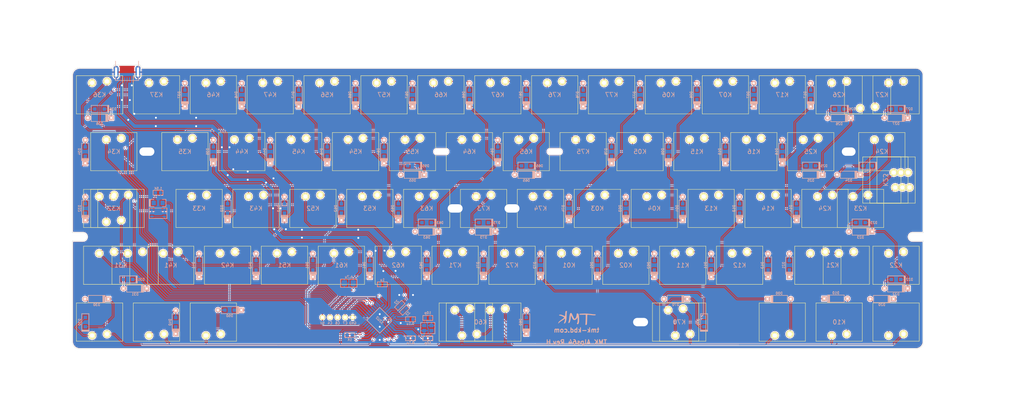
<source format=kicad_pcb>
(kicad_pcb (version 20211014) (generator pcbnew)
  (title_block (title "TMK64 alps keyboard PCB") (date "2018-01-28") (rev "H") (company "TMK, Tokyo JAPAN") (comment 1 "This supports Apple Extended Keyboard, Omnikey, Dell, KBP V60MTS and Infinity layout."))
  (layers (0 "F.Cu" signal) (31 "B.Cu" signal) (34 "B.Paste" user) (35 "F.Paste" user) (36 "B.SilkS" user "B.Silkscreen") (37 "F.SilkS" user "F.Silkscreen") (38 "B.Mask" user) (39 "F.Mask" user) (44 "Edge.Cuts" user))
  (net 0 "")
  (net 1 "+5V")
  (net 2 "GND")
  (net 3 "Net-(C2-Pad1)")
  (net 4 "Net-(C3-Pad1)")
  (net 5 "Net-(C4-Pad1)")
  (net 6 "Net-(J1-Pad4)")
  (net 7 "Net-(R3-Pad1)")
  (net 8 "Net-(SW100-Pad1)")
  (net 9 "/matrix/row2")
  (net 10 "/matrix/row1")
  (net 11 "/matrix/row0")
  (net 12 "/matrix/row7")
  (net 13 "/matrix/col3")
  (net 14 "/matrix/col4")
  (net 15 "/matrix/col5")
  (net 16 "/matrix/col6")
  (net 17 "/matrix/col7")
  (net 18 "Net-(U1-Pad22)")
  (net 19 "Net-(U1-Pad23)")
  (net 20 "Net-(U1-Pad26)")
  (net 21 "/matrix/row3")
  (net 22 "/matrix/row4")
  (net 23 "/matrix/row5")
  (net 24 "/matrix/row6")
  (net 25 "/matrix/col0")
  (net 26 "/matrix/col1")
  (net 27 "/matrix/col2")
  (net 28 "/D-")
  (net 29 "/D+")
  (net 30 "Net-(D10-Pad1)")
  (net 31 "Net-(D11-Pad1)")
  (net 32 "Net-(D12-Pad1)")
  (net 33 "Net-(D13-Pad1)")
  (net 34 "Net-(D14-Pad1)")
  (net 35 "Net-(D15-Pad1)")
  (net 36 "Net-(D16-Pad1)")
  (net 37 "Net-(D17-Pad1)")
  (net 38 "Net-(D20-Pad1)")
  (net 39 "Net-(D21-Pad1)")
  (net 40 "Net-(D22-Pad1)")
  (net 41 "Net-(D23-Pad1)")
  (net 42 "Net-(D24-Pad1)")
  (net 43 "Net-(D25-Pad1)")
  (net 44 "Net-(D26-Pad1)")
  (net 45 "Net-(D27-Pad1)")
  (net 46 "Net-(D30-Pad1)")
  (net 47 "Net-(D31-Pad1)")
  (net 48 "Net-(D32-Pad1)")
  (net 49 "Net-(D33-Pad1)")
  (net 50 "Net-(D34-Pad1)")
  (net 51 "Net-(D35-Pad1)")
  (net 52 "Net-(D36-Pad1)")
  (net 53 "Net-(D37-Pad1)")
  (net 54 "Net-(D40-Pad1)")
  (net 55 "Net-(D41-Pad1)")
  (net 56 "Net-(D42-Pad1)")
  (net 57 "Net-(D43-Pad1)")
  (net 58 "Net-(D44-Pad1)")
  (net 59 "Net-(D45-Pad1)")
  (net 60 "Net-(D46-Pad1)")
  (net 61 "Net-(D47-Pad1)")
  (net 62 "Net-(D50-Pad1)")
  (net 63 "Net-(D51-Pad1)")
  (net 64 "Net-(D52-Pad1)")
  (net 65 "Net-(D53-Pad1)")
  (net 66 "Net-(D54-Pad1)")
  (net 67 "Net-(D55-Pad1)")
  (net 68 "Net-(D56-Pad1)")
  (net 69 "Net-(D57-Pad1)")
  (net 70 "Net-(D60-Pad1)")
  (net 71 "Net-(D61-Pad1)")
  (net 72 "Net-(D62-Pad1)")
  (net 73 "Net-(D63-Pad1)")
  (net 74 "Net-(D64-Pad1)")
  (net 75 "/D-R")
  (net 76 "/D+R")
  (net 77 "Net-(D00-Pad1)")
  (net 78 "Net-(D01-Pad1)")
  (net 79 "Net-(D02-Pad1)")
  (net 80 "Net-(D03-Pad1)")
  (net 81 "Net-(D04-Pad1)")
  (net 82 "Net-(D05-Pad1)")
  (net 83 "Net-(D06-Pad1)")
  (net 84 "Net-(D07-Pad1)")
  (net 85 "Net-(D65-Pad1)")
  (net 86 "Net-(D66-Pad1)")
  (net 87 "Net-(D67-Pad1)")
  (net 88 "Net-(D70-Pad1)")
  (net 89 "Net-(D71-Pad1)")
  (net 90 "Net-(D72-Pad1)")
  (net 91 "Net-(D73-Pad1)")
  (net 92 "Net-(D74-Pad1)")
  (net 93 "Net-(D75-Pad1)")
  (net 94 "Net-(D76-Pad1)")
  (net 95 "Net-(D77-Pad1)")
  (net 96 "Net-(LED1-Pad1)")
  (net 97 "Net-(LED1-Pad2)")
  (footprint "keyboard_parts:Poker_side_edge_long" (layer "F.Cu") (at 290.1375 61.8875)
    (fp_text reference "Poker_side_edge_long" hide)
    (fp_text value "VAL**" hide)
  )
  (footprint "keyboard_parts:Poker_oval_hole" (layer "F.Cu") (at 195.4375 90.4875)
    (fp_text reference "Poker_oval_hole" hide)
    (fp_text value "VAL**" hide)
  )
  (footprint "keyboard_parts:ALPS_SKCM" (layer "F.Cu") (at 138.1125 33.3375)
    (fp_text reference "K64")
    (fp_text value "KEYSW" hide)
  )
  (footprint "keyboard_parts:ALPS_SKCM" (layer "F.Cu") (at 128.5875 14.2875)
    (fp_text reference "K66")
    (fp_text value "KEYSW" hide)
  )
  (footprint "keyboard_parts:ALPS_SKCM" (layer "F.Cu") (at 204.7875 14.2875)
    (fp_text reference "K06")
    (fp_text value "KEYSW" hide)
  )
  (footprint "keyboard_parts:ALPS_SKCM" (layer "F.Cu") (at 90.4875 14.2875)
    (fp_text reference "K56")
    (fp_text value "KEYSW" hide)
  )
  (footprint "keyboard_parts:ALPS_SKCM" (layer "F.Cu") (at 157.1625 33.3375)
    (fp_text reference "K65")
    (fp_text value "KEYSW" hide)
  )
  (footprint "keyboard_parts:ALPS_SKCM" (layer "F.Cu") (at 104.775 52.3875)
    (fp_text reference "K53")
    (fp_text value "KEYSW" hide)
  )
  (footprint "keyboard_parts:ALPS_SKCM" (layer "F.Cu") (at 269.08125 52.3875)
    (fp_text reference "K23")
    (fp_text value "KEYSW" hide)
  )
  (footprint "keyboard_parts:ALPS_SKCM" (layer "F.Cu") (at 195.2625 33.3375)
    (fp_text reference "K05")
    (fp_text value "KEYSW" hide)
  )
  (footprint "keyboard_parts:ALPS_SKCM" (layer "F.Cu") (at 280.9875 14.2875)
    (fp_text reference "K27")
    (fp_text value "KEYSW" hide)
  )
  (footprint "keyboard_parts:ALPS_SKCM_reverse_pad" (layer "F.Cu") (at 14.2875 14.2875)
    (fp_text reference "K36")
    (fp_text value "KEYSW" hide)
  )
  (footprint "keyboard_parts:ALPS_SKCM" (layer "F.Cu") (at 85.725 52.3875)
    (fp_text reference "K52")
    (fp_text value "KEYSW" hide)
  )
  (footprint "keyboard_parts:ALPS_SKCM" (layer "F.Cu") (at 95.25 71.4375)
    (fp_text reference "K61")
    (fp_text value "KEYSW" hide)
  )
  (footprint "keyboard_parts:ALPS_SKCM" (layer "F.Cu") (at 76.2 71.4375)
    (fp_text reference "K51")
    (fp_text value "KEYSW" hide)
  )
  (footprint "keyboard_parts:ALPS_SKCM" (layer "F.Cu") (at 61.9125 33.3375)
    (fp_text reference "K44")
    (fp_text value "KEYSW" hide)
  )
  (footprint "keyboard_parts:ALPS_SKCM" (layer "F.Cu") (at 33.3375 14.2875)
    (fp_text reference "K37")
    (fp_text value "KEYSW" hide)
  )
  (footprint "keyboard_parts:ALPS_SKCM" (layer "F.Cu") (at 171.45 71.4375)
    (fp_text reference "K01")
    (fp_text value "KEYSW" hide)
  )
  (footprint "keyboard_parts:ALPS_SKCM" (layer "F.Cu") (at 57.15 71.4375)
    (fp_text reference "K42")
    (fp_text value "KEYSW" hide)
  )
  (footprint "keyboard_parts:ALPS_SKCM" (layer "F.Cu") (at 47.625 52.3875)
    (fp_text reference "K33")
    (fp_text value "KEYSW" hide)
  )
  (footprint "keyboard_parts:ALPS_SKCM" (layer "F.Cu") (at 66.675 52.3875)
    (fp_text reference "K43")
    (fp_text value "KEYSW" hide)
  )
  (footprint "keyboard_parts:ALPS_SKCM_reverse_pad" (layer "F.Cu") (at 21.43125 52.3875)
    (fp_text reference "K32")
    (fp_text value "KEYSW" hide)
  )
  (footprint "keyboard_parts:ALPS_SKCM_reverse_pad" (layer "F.Cu") (at 26.19375 71.4375)
    (fp_text reference "K31")
    (fp_text value "KEYSW" hide)
  )
  (footprint "keyboard_parts:ALPS_SKCM" (layer "F.Cu") (at 114.3 71.4375)
    (fp_text reference "K62")
    (fp_text value "KEYSW" hide)
  )
  (footprint "keyboard_parts:ALPS_SKCM" (layer "F.Cu") (at 152.4 71.4375)
    (fp_text reference "K72")
    (fp_text value "KEYSW" hide)
  )
  (footprint "keyboard_parts:ALPS_SKCM" (layer "F.Cu") (at 190.5 71.4375)
    (fp_text reference "K02")
    (fp_text value "KEYSW" hide)
  )
  (footprint "keyboard_parts:ALPS_SKCM" (layer "F.Cu") (at 228.6 71.4375)
    (fp_text reference "K12")
    (fp_text value "KEYSW" hide)
  )
  (footprint "keyboard_parts:ALPS_SKCM" (layer "F.Cu") (at 209.55 71.4375)
    (fp_text reference "K11")
    (fp_text value "KEYSW" hide)
  )
  (footprint "keyboard_parts:ALPS_SKCM" (layer "F.Cu") (at 123.825 52.3875)
    (fp_text reference "K63")
    (fp_text value "KEYSW" hide)
  )
  (footprint "keyboard_parts:ALPS_SKCM" (layer "F.Cu") (at 142.875 52.3875)
    (fp_text reference "K73")
    (fp_text value "KEYSW" hide)
  )
  (footprint "keyboard_parts:ALPS_SKCM" (layer "F.Cu") (at 161.925 52.3875)
    (fp_text reference "K74")
    (fp_text value "KEYSW" hide)
  )
  (footprint "keyboard_parts:ALPS_SKCM" (layer "F.Cu") (at 180.975 52.3875)
    (fp_text reference "K03")
    (fp_text value "KEYSW" hide)
  )
  (footprint "keyboard_parts:ALPS_SKCM" (layer "F.Cu") (at 200.025 52.3875)
    (fp_text reference "K04")
    (fp_text value "KEYSW" hide)
  )
  (footprint "keyboard_parts:ALPS_SKCM" (layer "F.Cu") (at 219.075 52.3875)
    (fp_text reference "K13")
    (fp_text value "KEYSW" hide)
  )
  (footprint "keyboard_parts:ALPS_SKCM" (layer "F.Cu") (at 238.125 52.3875)
    (fp_text reference "K14")
    (fp_text value "KEYSW" hide)
  )
  (footprint "keyboard_parts:ALPS_SKCM" (layer "F.Cu") (at 100.0125 33.3375)
    (fp_text reference "K54")
    (fp_text value "KEYSW" hide)
  )
  (footprint "keyboard_parts:ALPS_SKCM" (layer "F.Cu") (at 80.9625 33.3375)
    (fp_text reference "K45")
    (fp_text value "KEYSW" hide)
  )
  (footprint "keyboard_parts:ALPS_SKCM" (layer "F.Cu") (at 119.0625 33.3375)
    (fp_text reference "K55")
    (fp_text value "KEYSW" hide)
  )
  (footprint "keyboard_parts:ALPS_SKCM" (layer "F.Cu") (at 176.2125 33.3375)
    (fp_text reference "K75")
    (fp_text value "KEYSW" hide)
  )
  (footprint "keyboard_parts:ALPS_SKCM" (layer "F.Cu") (at 233.3625 33.3375)
    (fp_text reference "K16")
    (fp_text value "KEYSW" hide)
  )
  (footprint "keyboard_parts:ALPS_SKCM" (layer "F.Cu") (at 252.4125 33.3375)
    (fp_text reference "K25")
    (fp_text value "KEYSW" hide)
  )
  (footprint "keyboard_parts:ALPS_SKCM_reverse_pad" (layer "F.Cu") (at 276.225 33.3375)
    (fp_text reference "K24")
    (fp_text value "KEYSW" hide)
  )
  (footprint "keyboard_parts:ALPS_SKCM" (layer "F.Cu") (at 52.3875 14.2875)
    (fp_text reference "K46")
    (fp_text value "KEYSW" hide)
  )
  (footprint "keyboard_parts:ALPS_SKCM" (layer "F.Cu") (at 71.4375 14.2875)
    (fp_text reference "K47")
    (fp_text value "KEYSW" hide)
  )
  (footprint "keyboard_parts:ALPS_SKCM" (layer "F.Cu") (at 109.5375 14.2875)
    (fp_text reference "K57")
    (fp_text value "KEYSW" hide)
  )
  (footprint "keyboard_parts:ALPS_SKCM" (layer "F.Cu") (at 147.6375 14.2875)
    (fp_text reference "K67")
    (fp_text value "KEYSW" hide)
  )
  (footprint "keyboard_parts:ALPS_SKCM" (layer "F.Cu") (at 166.6875 14.2875)
    (fp_text reference "K76")
    (fp_text value "KEYSW" hide)
  )
  (footprint "keyboard_parts:ALPS_SKCM_reverse_pad" (layer "F.Cu") (at 147.6375 90.4875)
    (fp_text reference "K60")
    (fp_text value "KEYSW" hide)
  )
  (footprint "keyboard_parts:ALPS_SKCM" (layer "F.Cu") (at 185.7375 14.2875)
    (fp_text reference "K77")
    (fp_text value "KEYSW" hide)
  )
  (footprint "keyboard_parts:ALPS_SKCM" (layer "F.Cu") (at 223.8375 14.2875)
    (fp_text reference "K07")
    (fp_text value "KEYSW" hide)
  )
  (footprint "keyboard_parts:ALPS_SKCM" (layer "F.Cu") (at 133.35 71.4375)
    (fp_text reference "K71")
    (fp_text value "KEYSW" hide)
  )
  (footprint "keyboard_parts:ALPS_SKCM" (layer "F.Cu") (at 261.9375 14.2875)
    (fp_text reference "K26")
    (fp_text value "KEYSW" hide)
  )
  (footprint "keyboard_parts:ALPS_SKCM" (layer "F.Cu") (at 280.9875 90.4875 180)
    (fp_text reference "K20_1" hide)
    (fp_text value "KEYSW" hide)
  )
  (footprint "keyboard_parts:ALPS_SKCM_reverse_pad" (layer "F.Cu") (at 261.9375 90.4875 180)
    (fp_text reference "K10")
    (fp_text value "KEYSW" hide)
  )
  (footprint "keyboard_parts:ALPS_SKCM_reverse_pad" (layer "F.Cu") (at 52.3875 90.4875 180)
    (fp_text reference "K50_2" hide)
    (fp_text value "KEYSW" hide)
  )
  (footprint "keyboard_parts:ALPS_SKCM" (layer "F.Cu") (at 280.9875 71.4375)
    (fp_text reference "K22")
    (fp_text value "KEYSW" hide)
  )
  (footprint "keyboard_parts:ALPS_SKCM_reverse_pad" (layer "F.Cu") (at 264.31875 71.4375)
    (fp_text reference "K21")
    (fp_text value "KEYSW" hide)
  )
  (footprint "keyboard_parts:ALPS_SKCM" (layer "F.Cu") (at 254.79375 71.4375)
    (fp_text reference "K21_1" hide)
    (fp_text value "KEYSW" hide)
  )
  (footprint "keyboard_parts:Poker_oval_hole" (layer "F.Cu") (at 30.1375 33.3375)
    (fp_text reference "Poker_oval_hole" hide)
    (fp_text value "VAL**" hide)
  )
  (footprint "keyboard_parts:Poker_oval_hole" (layer "F.Cu") (at 128.7145 33.3375)
    (fp_text reference "Poker_oval_hole" hide)
    (fp_text value "VAL**" hide)
  )
  (footprint "keyboard_parts:Poker_oval_hole" (layer "F.Cu") (at 166.6875 33.3375)
    (fp_text reference "Poker_oval_hole" hide)
    (fp_text value "VAL**" hide)
  )
  (footprint "keyboard_parts:ALPS_SKCM_reverse_pad" (layer "F.Cu") (at 257.175 52.3875)
    (fp_text reference "K24_1" hide)
    (fp_text value "KEYSW" hide)
  )
  (footprint "keyboard_parts:ALPS_SKCM_reverse_pad" (layer "F.Cu") (at 38.1 71.4375)
    (fp_text reference "K41")
    (fp_text value "KEYSW" hide)
  )
  (footprint "keyboard_parts:ALPS_SKCM" (layer "F.Cu") (at 16.66875 71.4375)
    (fp_text reference "K31_1" hide)
    (fp_text value "KEYSW" hide)
  )
  (footprint "keyboard_parts:ALPS_SKCM_reverse_pad" (layer "F.Cu") (at 242.8875 90.4875 180)
    (fp_text reference "K00_1" hide)
    (fp_text value "KEYSW" hide)
  )
  (footprint "keyboard_parts:ALPS_SKCM" (layer "F.Cu") (at 271.4625 14.2875 180)
    (fp_text reference "K27_1" hide)
    (fp_text value "KEYSW" hide)
  )
  (footprint "keyboard_parts:ALPS_SKCM_reverse_pad" (layer "F.Cu") (at 138.1125 90.4875 180)
    (fp_text reference "K60_1" hide)
    (fp_text value "KEYSW" hide)
  )
  (footprint "keyboard_parts:ALPS_SKCM" (layer "F.Cu") (at 14.2875 90.4875 180)
    (fp_text reference "K30_1" hide)
    (fp_text value "KEYSW" hide)
  )
  (footprint "keyboard_parts:ALPS_SKCM" (layer "F.Cu") (at 33.3375 90.4875 180)
    (fp_text reference "K40_2" hide)
    (fp_text value "KEYSW" hide)
  )
  (footprint "keyboard_parts:ALPS_SKCM" (layer "F.Cu") (at 19.05 33.3375)
    (fp_text reference "K34")
    (fp_text value "KEYSW" hide)
  )
  (footprint "keyboard_parts:ALPS_SKCM" (layer "F.Cu") (at 242.8875 14.2875)
    (fp_text reference "K17")
    (fp_text value "KEYSW" hide)
  )
  (footprint "keyboard_parts:ALPS_SKCM" (layer "F.Cu") (at 214.3125 33.3375)
    (fp_text reference "K15")
    (fp_text value "KEYSW" hide)
  )
  (footprint "keyboard_parts:ALPS_SKCM" (layer "F.Cu") (at 280.9875 42.8625 -90)
    (fp_text reference "K23_1" hide)
    (fp_text value "KEYSW" hide)
  )
  (footprint "keyboard_parts:ALPS_SKCM_reverse_pad" (layer "F.Cu") (at 207.16875 90.4875)
    (fp_text reference "K70")
    (fp_text value "KEYSW" hide)
  )
  (footprint "keyboard_parts:ALPS_SKCM" (layer "F.Cu") (at 209.55 90.4875 180)
    (fp_text reference "K70_1" hide)
    (fp_text value "KEYSW" hide)
  )
  (footprint "keyboard_parts:ALPS_SKCM" (layer "F.Cu") (at 42.8625 33.3375)
    (fp_text reference "K35")
    (fp_text value "KEYSW" hide)
  )
  (footprint "keyboard_parts:Poker_side_edge_long" (layer "F.Cu") (at 4.7625 61.9125)
    (fp_text reference "Poker_side_edge_long" hide)
    (fp_text value "VAL**" hide)
  )
  (footprint "keyboard_parts:Poker_oval_hole" (layer "F.Cu") (at 265.1235 33.3375)
    (fp_text reference "Poker_oval_hole" hide)
    (fp_text value "VAL**" hide)
  )
  (footprint "keyboard_parts:ALPS_SKCM" (layer "F.Cu") (at 19.05 52.3875 180)
    (fp_text reference "K32_1" hide)
    (fp_text value "KEYSW" hide)
  )
  (footprint "keyboard_parts:Poker_oval_hole" (layer "F.Cu") (at 133.35 52.3875)
    (fp_text reference "Poker_oval_hole" hide)
    (fp_text value "VAL**" hide)
  )
  (footprint "keyboard_parts:Poker_oval_hole" (layer "F.Cu") (at 152.4 52.3875)
    (fp_text reference "Poker_oval_hole" hide)
    (fp_text value "VAL**" hide)
  )
  (footprint "keyboard_parts:ALPS_SKCM" (layer "F.Cu") (at 135.73125 90.4875)
    (fp_text reference "K60_2" hide)
    (fp_text value "KEYSW" hide)
  )
  (footprint "keyboard_parts:ALPS_SKCM" (layer "F.Cu") (at 278.60625 42.8625 -90)
    (fp_text reference "K23_2" hide)
    (fp_text value "KEYSW" hide)
  )
  (footprint "keyboard_parts:ALPS_SKCM" (layer "F.Cu") (at 276.225 42.8625 -90)
    (fp_text reference "K23_3" hide)
    (fp_text value "KEYSW" hide)
  )
  (footprint "keyboard_parts:ALPS_SKCM" (layer "F.Cu") (at 16.66875 52.3875)
    (fp_text reference "K32_2" hide)
    (fp_text value "ALPS_SKCM" hide)
  )
  (footprint "keyboard_parts:PIN_1" (layer "F.Cu") (at 91.44 88.9)
    (fp_text reference "P?" hide)
    (fp_text value "C4")
  )
  (footprint "keyboard_parts:PIN_1" (layer "F.Cu") (at 93.98 88.9)
    (fp_text reference "P?" hide)
    (fp_text value "C6")
  )
  (footprint "keyboard_parts:PIN_1" (layer "F.Cu") (at 96.52 88.9)
    (fp_text reference "P?" hide)
    (fp_text value "C7")
  )
  (footprint "keyboard_parts:PIN_1" (layer "F.Cu") (at 99.06 88.9)
    (fp_text reference "P?" hide)
    (fp_text value "GND")
  )
  (footprint "keyboard_parts:PIN_1" (layer "F.Cu") (at 88.9 88.9)
    (fp_text reference "P?" hide)
    (fp_text value "5V")
  )
  (footprint "keyboard_parts:C_1608" (layer "B.Cu") (at 118.4 95.9)
    (fp_text reference "C5" hide)
    (fp_text value "0.1u")
  )
  (footprint "keyboard_parts:D_axial" (layer "B.Cu") (at 260.8326 82.6262)
    (fp_text reference "D10")
    (fp_text value "D" hide)
  )
  (footprint "keyboard_parts:D_SOD123_axial" (layer "B.Cu") (at 219.075 71.4375 90)
    (fp_text reference "D11")
    (fp_text value "D" hide)
  )
  (footprint "keyboard_parts:D_SOD123_axial" (layer "B.Cu") (at 238.125 71.4375 90)
    (fp_text reference "D12")
    (fp_text value "D" hide)
  )
  (footprint "keyboard_parts:D_SOD123_axial" (layer "B.Cu") (at 228.6 52.3875 90)
    (fp_text reference "D13")
    (fp_text value "D" hide)
  )
  (footprint "keyboard_parts:D_SOD123_axial" (layer "B.Cu") (at 247.65 52.3875 90)
    (fp_text reference "D14")
    (fp_text value "D" hide)
  )
  (footprint "keyboard_parts:D_SOD123_axial" (layer "B.Cu") (at 223.8375 33.3375 90)
    (fp_text reference "D15")
    (fp_text value "D" hide)
  )
  (footprint "keyboard_parts:D_SOD123_axial" (layer "B.Cu") (at 242.8875 33.3375 90)
    (fp_text reference "D16")
    (fp_text value "D" hide)
  )
  (footprint "keyboard_parts:D_SOD123_axial" (layer "B.Cu") (at 252.4125 14.2875 90)
    (fp_text reference "D17")
    (fp_text value "D" hide)
  )
  (footprint "keyboard_parts:D_axial" (layer "B.Cu") (at 276.225 82.7375 180)
    (fp_text reference "D20")
    (fp_text value "D" hide)
  )
  (footprint "keyboard_parts:D_axial" (layer "B.Cu") (at 280.9875 79.1875 180)
    (fp_text reference "D22")
    (fp_text value "D" hide)
  )
  (footprint "keyboard_parts:D_axial" (layer "B.Cu") (at 269.0875 60.1375 180)
    (fp_text reference "D23")
    (fp_text value "D" hide)
  )
  (footprint "keyboard_parts:D_axial" (layer "B.Cu") (at 265.1375 41.0875 180)
    (fp_text reference "D24")
    (fp_text value "D" hide)
  )
  (footprint "keyboard_parts:D_axial" (layer "B.Cu") (at 252.4375 41.0875 180)
    (fp_text reference "D25")
    (fp_text value "D" hide)
  )
  (footprint "keyboard_parts:D_axial" (layer "B.Cu") (at 280.9875 22.0375 180)
    (fp_text reference "D27")
    (fp_text value "D" hide)
  )
  (footprint "keyboard_parts:D_axial" (layer "B.Cu") (at 13.3125 82.7375 180)
    (fp_text reference "D30")
    (fp_text value "D" hide)
  )
  (footprint "keyboard_parts:D_SOD123_axial" (layer "B.Cu") (at 57.15 52.3875 90)
    (fp_text reference "D33")
    (fp_text value "D" hide)
  )
  (footprint "keyboard_parts:D_SOD123_axial" (layer "B.Cu") (at 9.4875 33.3375 90)
    (fp_text reference "D34")
    (fp_text value "D" hide)
  )
  (footprint "keyboard_parts:D_SOD123_axial" (layer "B.Cu") (at 52.3875 33.3375 90)
    (fp_text reference "D35")
    (fp_text value "D" hide)
  )
  (footprint "keyboard_parts:D_SOD123_axial" (layer "B.Cu") (at 42.8625 14.2875 90)
    (fp_text reference "D37")
    (fp_text value "D" hide)
  )
  (footprint "keyboard_parts:D_SOD123_axial" (layer "B.Cu") (at 39.8018 90.5256 90)
    (fp_text reference "D40")
    (fp_text value "D" hide)
  )
  (footprint "keyboard_parts:D_SOD123_axial" (layer "B.Cu") (at 47.625 71.4375 90)
    (fp_text reference "D41")
    (fp_text value "D" hide)
  )
  (footprint "keyboard_parts:D_SOD123_axial" (layer "B.Cu") (at 66.675 71.4375 90)
    (fp_text reference "D42")
    (fp_text value "D" hide)
  )
  (footprint "keyboard_parts:D_SOD123_axial" (layer "B.Cu") (at 76.2 52.3875 90)
    (fp_text reference "D43")
    (fp_text value "D" hide)
  )
  (footprint "keyboard_parts:D_SOD123_axial" (layer "B.Cu") (at 71.4375 33.3375 90)
    (fp_text reference "D44")
    (fp_text value "D" hide)
  )
  (footprint "keyboard_parts:D_SOD123_axial" (layer "B.Cu") (at 90.4875 33.3375 90)
    (fp_text reference "D45")
    (fp_text value "D" hide)
  )
  (footprint "keyboard_parts:D_SOD123_axial" (layer "B.Cu") (at 61.9125 14.2875 90)
    (fp_text reference "D46")
    (fp_text value "D" hide)
  )
  (footprint "keyboard_parts:D_SOD123_axial" (layer "B.Cu") (at 80.9625 14.2875 90)
    (fp_text reference "D47")
    (fp_text value "D" hide)
  )
  (footprint "keyboard_parts:D_SOD123_axial" (layer "B.Cu") (at 57.8358 86.4616 180)
    (fp_text reference "D50")
    (fp_text value "D" hide)
  )
  (footprint "keyboard_parts:D_SOD123_axial" (layer "B.Cu") (at 85.725 71.4375 90)
    (fp_text reference "D51")
    (fp_text value "D" hide)
  )
  (footprint "keyboard_parts:D_SOD123_axial" (layer "B.Cu") (at 95.25 52.3875 90)
    (fp_text reference "D52")
    (fp_text value "D" hide)
  )
  (footprint "keyboard_parts:D_SOD123_axial" (layer "B.Cu") (at 114.3 52.3875 90)
    (fp_text reference "D53")
    (fp_text value "D" hide)
  )
  (footprint "keyboard_parts:D_SOD123_axial" (layer "B.Cu") (at 109.5375 33.3375 90)
    (fp_text reference "D54")
    (fp_text value "D" hide)
  )
  (footprint "keyboard_parts:D_axial" (layer "B.Cu") (at 119.0875 41.0875 180)
    (fp_text reference "D55")
    (fp_text value "D" hide)
  )
  (footprint "keyboard_parts:D_SOD123_axial" (layer "B.Cu") (at 100.0125 14.2875 90)
    (fp_text reference "D56")
    (fp_text value "D" hide)
  )
  (footprint "keyboard_parts:D_SOD123_axial" (layer "B.Cu") (at 119.0625 14.2875 90)
    (fp_text reference "D57")
    (fp_text value "D" hide)
  )
  (footprint "keyboard_parts:D_SOD123_axial" (layer "B.Cu") (at 157.1625 90.4875 90)
    (fp_text reference "D60")
    (fp_text value "D" hide)
  )
  (footprint "keyboard_parts:D_SOD123_axial" (layer "B.Cu") (at 104.775 71.4375 90)
    (fp_text reference "D61")
    (fp_text value "D" hide)
  )
  (footprint "keyboard_parts:D_SOD123_axial" (layer "B.Cu") (at 123.825 71.4375 90)
    (fp_text reference "D62")
    (fp_text value "D" hide)
  )
  (footprint "keyboard_parts:D_axial" (layer "B.Cu") (at 123.8375 60.1375 180)
    (fp_text reference "D63")
    (fp_text value "D" hide)
  )
  (footprint "keyboard_parts:D_SOD123_axial" (layer "B.Cu") (at 147.6375 33.3375 90)
    (fp_text reference "D64")
    (fp_text value "D" hide)
  )
  (footprint "keyboard_parts:R_1608" (layer "B.Cu") (at 98.05 94.85 180)
    (fp_text reference "R3" hide)
    (fp_text value "1K")
  )
  (footprint "keyboard_parts:C_1608" (layer "B.Cu") (at 118.39 89.53)
    (fp_text reference "C6" hide)
    (fp_text value "0.1u")
  )
  (footprint "keyboard_parts:C_1608" (layer "B.Cu") (at 108.9875 77.8375 180)
    (fp_text reference "C2" hide)
    (fp_text value "1u")
  )
  (footprint "keyboard_parts:C_3216" (layer "B.Cu") (at 97.7375 77.4375 180)
    (fp_text reference "C1" hide)
    (fp_text value "4.7u")
  )
  (footprint "keyboard_parts:D_axial" (layer "B.Cu") (at 241.8334 82.7375)
    (fp_text reference "D00")
    (fp_text value "D" hide)
  )
  (footprint "keyboard_parts:D_SOD123_axial" (layer "B.Cu") (at 180.975 71.4375 90)
    (fp_text reference "D01")
    (fp_text value "D" hide)
  )
  (footprint "keyboard_parts:D_SOD123_axial" (layer "B.Cu") (at 200.025 71.4375 90)
    (fp_text reference "D02")
    (fp_text value "D" hide)
  )
  (footprint "keyboard_parts:D_SOD123_axial" (layer "B.Cu") (at 190.5 52.3875 90)
    (fp_text reference "D03")
    (fp_text value "D" hide)
  )
  (footprint "keyboard_parts:D_SOD123_axial" (layer "B.Cu") (at 209.55 52.3875 90)
    (fp_text reference "D04")
    (fp_text value "D" hide)
  )
  (footprint "keyboard_parts:D_SOD123_axial" (layer "B.Cu") (at 204.7875 33.3375 90)
    (fp_text reference "D05")
    (fp_text value "D" hide)
  )
  (footprint "keyboard_parts:D_SOD123_axial" (layer "B.Cu") (at 214.3125 14.2875 90)
    (fp_text reference "D06")
    (fp_text value "D" hide)
  )
  (footprint "keyboard_parts:D_SOD123_axial" (layer "B.Cu") (at 233.3625 14.2875 90)
    (fp_text reference "D07")
    (fp_text value "D" hide)
  )
  (footprint "keyboard_parts:D_axial" (layer "B.Cu") (at 157.1875 41.0875 180)
    (fp_text reference "D65")
    (fp_text value "D" hide)
  )
  (footprint "keyboard_parts:D_SOD123_axial" (layer "B.Cu") (at 138.1125 14.2875 90)
    (fp_text reference "D66")
    (fp_text value "D" hide)
  )
  (footprint "keyboard_parts:D_SOD123_axial" (layer "B.Cu") (at 157.1625 14.2875 90)
    (fp_text reference "D67")
    (fp_text value "D" hide)
  )
  (footprint "keyboard_parts:D_axial" (layer "B.Cu") (at 207.1675 82.7375 180)
    (fp_text reference "D70")
    (fp_text value "D" hide)
  )
  (footprint "keyboard_parts:D_SOD123_axial" (layer "B.Cu") (at 142.875 71.4375 90)
    (fp_text reference "D71")
    (fp_text value "D" hide)
  )
  (footprint "keyboard_parts:D_SOD123_axial" (layer "B.Cu") (at 161.925 71.4375 90)
    (fp_text reference "D72")
    (fp_text value "D" hide)
  )
  (footprint "keyboard_parts:D_axial" (layer "B.Cu") (at 142.875 60.1375 180)
    (fp_text reference "D73")
    (fp_text value "D" hide)
  )
  (footprint "keyboard_parts:D_SOD123_axial" (layer "B.Cu") (at 171.45 52.3875 90)
    (fp_text reference "D74")
    (fp_text value "D" hide)
  )
  (footprint "keyboard_parts:D_SOD123_axial" (layer "B.Cu") (at 185.7375 33.3375 90)
    (fp_text reference "D75")
    (fp_text value "D" hide)
  )
  (footprint "keyboard_parts:D_SOD123_axial" (layer "B.Cu") (at 195.2625 14.2875 90)
    (fp_text reference "D77")
    (fp_text value "D" hide)
  )
  (footprint "keyboard_parts:D_axial" (layer "B.Cu") (at 14.2875 22.0375 180)
    (fp_text reference "D36")
    (fp_text value "D" hide)
  )
  (footprint "keyboard_parts:D_SOD123_axial" (layer "B.Cu") (at 176.2125 14.2875 90)
    (fp_text reference "D76")
    (fp_text value "D" hide)
  )
  (footprint "keyboard_parts:D_SOD123_axial" (layer "B.Cu") (at 245.2375 71.4375 90)
    (fp_text reference "D21")
    (fp_text value "D" hide)
  )
  (footprint "keyboard_parts:D_axial" (layer "B.Cu") (at 261.9375 22.0875 180)
    (fp_text reference "D26")
    (fp_text value "D" hide)
  )
  (footprint "keyboard_parts:SW_ALPS_SKRP" (layer "B.Cu") (at 33.8875 54)
    (fp_text reference "SW100" hide)
    (fp_text value "SW_PUSH" hide)
  )
  (footprint "keyboard_parts:USB_miniB_hirose_5S8" (layer "B.Cu") (at 23.4875 9.0875)
    (fp_text reference "J1" hide)
    (fp_text value "USB_mini_micro_B" hide)
  )
  (footprint "keyboard_parts:D_axial" (layer "B.Cu") (at 26.1875 79.2375 180)
    (fp_text reference "D31")
    (fp_text value "D" hide)
  )
  (footprint "keyboard_parts:LED_3020_REFLOW" (layer "B.Cu") (at 33.909 50.546)
    (fp_text reference "LED1" hide)
    (fp_text value "LED" hide)
  )
  (footprint "keyboard_parts:D_SOD123_axial" (layer "B.Cu") (at 9.525 52.3875 90)
    (fp_text reference "D32")
    (fp_text value "D" hide)
  )
  (footprint "keyboard_parts:R_1608" (layer "B.Cu") (at 33.8675 47.15)
    (fp_text reference "R4" hide)
    (fp_text value "1.5K")
  )
  (footprint "keyboard_parts:R_1608" (layer "B.Cu") (at 116.3775 86.49 -135)
    (fp_text reference "R1" hide)
    (fp_text value "22")
  )
  (footprint "keyboard_parts:R_1608" (layer "B.Cu") (at 114.8175 84.9 -135)
    (fp_text reference "R2" hide)
    (fp_text value "22")
  )
  (footprint "keyboard_parts:FA-238" (layer "B.Cu") (at 124.2 92.5)
    (fp_text reference "X1" hide)
    (fp_text value "CRYSTAL" hide)
  )
  (footprint "keyboard_parts:C_1608" (layer "B.Cu") (at 124.2 95.9)
    (fp_text reference "C3" hide)
    (fp_text value "10p")
  )
  (footprint "keyboard_parts:C_1608" (layer "B.Cu") (at 124.2 89.1)
    (fp_text reference "C4" hide)
    (fp_text value "10p")
  )
  (footprint "keyboard_parts:QFP32_reflow" (layer "B.Cu") (at 108.0875 89.8875 135)
    (fp_text reference "U1" hide)
    (fp_text value "32U2")
  )
  (footprint "keyboard_parts:D_SOD123_hand" (layer "B.Cu") (at 9.525 90.4875 90)
    (fp_text reference "D30")
    (fp_text value "D" hide)
  )
  (footprint "keyboard_parts:D_SOD123_hand" (layer "B.Cu") (at 23.8125 76.2 180)
    (fp_text reference "D31")
    (fp_text value "D" hide)
  )
  (footprint "keyboard_parts:D_SOD123_hand" (layer "B.Cu") (at 216.69375 90.4875 90)
    (fp_text reference "D70")
    (fp_text value "D" hide)
  )
  (footprint "keyboard_parts:D_SOD123_hand" (layer "B.Cu") (at 280.9875 76.2 180)
    (fp_text reference "D22")
    (fp_text value "D" hide)
  )
  (footprint "keyboard_parts:D_SOD123_hand" (layer "B.Cu") (at 269.08125 57.15 180)
    (fp_text reference "D23")
    (fp_text value "D" hide)
  )
  (footprint "keyboard_parts:D_SOD123_hand" (layer "B.Cu") (at 271.4625 38.1 180)
    (fp_text reference "D24")
    (fp_text value "D" hide)
  )
  (footprint "keyboard_parts:D_SOD123_hand" (layer "B.Cu") (at 252.4125 38.1 180)
    (fp_text reference "D25")
    (fp_text value "D" hide)
  )
  (footprint "keyboard_parts:D_SOD123_hand" (layer "B.Cu") (at 280.9875 19.05 180)
    (fp_text reference "D27")
    (fp_text value "D" hide)
  )
  (footprint "keyboard_parts:D_SOD123_hand" (layer "B.Cu") (at 261.9375 19.05 180)
    (fp_text reference "D26")
    (fp_text value "D" hide)
  )
  (footprint "keyboard_parts:D_SOD123_hand" (layer "B.Cu") (at 157.1625 38.1 180)
    (fp_text reference "D65")
    (fp_text value "D" hide)
  )
  (footprint "keyboard_parts:D_SOD123_hand" (layer "B.Cu") (at 119.0625 38.1 180)
    (fp_text reference "D55")
    (fp_text value "D" hide)
  )
  (footprint "keyboard_parts:D_SOD123_hand" (layer "B.Cu") (at 123.825 57.15 180)
    (fp_text reference "D63")
    (fp_text value "D" hide)
  )
  (footprint "keyboard_parts:D_SOD123_hand" (layer "B.Cu") (at 142.875 57.15 180)
    (fp_text reference "D73")
    (fp_text value "D" hide)
  )
  (footprint "keyboard_parts:D_SOD123_hand" (layer "B.Cu") (at 14.2875 19.05 180)
    (fp_text reference "D36")
    (fp_text value "D" hide)
  )
  (footprint "keyboard_parts:tmk_logo" (layer "B.Cu") (at 174 89.1 180)
    (fp_text reference "G***" hide)
    (fp_text value "LOGO" hide)
  )
  (gr_arc (start 28.6875 5.2875) (mid 28.227881 5.097119) (end 28.0375 4.6375) (layer "Edge.Cuts") (width 0.1))
  (gr_line (start 19.2875 4.2875) (end 27.6875 4.2875) (layer "Edge.Cuts") (width 0.1))
  (gr_arc (start 8.7375 60.5125) (mid 10.1375 61.9125) (end 8.7375 63.3125) (layer "Edge.Cuts") (width 0.1))
  (gr_line (start 8.7375 63.3125) (end 5.1375 63.3125) (layer "Edge.Cuts") (width 0.1))
  (gr_line (start 286.5375 63.3125) (end 290.1375 63.3125) (layer "Edge.Cuts") (width 0.1))
  (gr_line (start 7.6375 99.4875) (end 287.6375 99.4875) (layer "Edge.Cuts") (width 0.1))
  (gr_arc (start 18.9375 4.6375) (mid 18.747119 5.097119) (end 18.2875 5.2875) (layer "Edge.Cuts") (width 0.1))
  (gr_arc (start 27.6875 4.2875) (mid 27.934987 4.390013) (end 28.0375 4.6375) (layer "Edge.Cuts") (width 0.1))
  (gr_arc (start 5.1375 7.7875) (mid 5.869733 6.019733) (end 7.6375 5.2875) (layer "Edge.Cuts") (width 0.1))
  (gr_line (start 5.1375 7.7875) (end 5.1375 60.5125) (layer "Edge.Cuts") (width 0.1))
  (gr_line (start 286.5375 60.5125) (end 290.1375 60.5125) (layer "Edge.Cuts") (width 0.1))
  (gr_line (start 290.1375 96.9875) (end 290.1375 63.3125) (layer "Edge.Cuts") (width 0.1))
  (gr_arc (start 18.9375 4.6375) (mid 19.040013 4.390013) (end 19.2875 4.2875) (layer "Edge.Cuts") (width 0.1))
  (gr_arc (start 7.6375 99.4875) (mid 5.869733 98.755267) (end 5.1375 96.9875) (layer "Edge.Cuts") (width 0.1))
  (gr_arc (start 286.5375 63.3125) (mid 285.1375 61.9125) (end 286.5375 60.5125) (layer "Edge.Cuts") (width 0.1))
  (gr_arc (start 290.1375 96.9875) (mid 289.405267 98.755267) (end 287.6375 99.4875) (layer "Edge.Cuts") (width 0.1))
  (gr_line (start 290.1375 7.7875) (end 290.1375 60.5125) (layer "Edge.Cuts") (width 0.1))
  (gr_arc (start 287.6375 5.2875) (mid 289.405267 6.019733) (end 290.1375 7.7875) (layer "Edge.Cuts") (width 0.1))
  (gr_line (start 8.7375 60.5125) (end 5.1375 60.5125) (layer "Edge.Cuts") (width 0.1))
  (gr_line (start 28.6875 5.2875) (end 287.6375 5.2875) (layer "Edge.Cuts") (width 0.1))
  (gr_line (start 7.6375 5.2875) (end 18.2875 5.2875) (layer "Edge.Cuts") (width 0.1))
  (gr_line (start 5.1375 63.3125) (end 5.1375 96.9875) (layer "Edge.Cuts") (width 0.1))
  (gr_text "K23" (at 277.43 42.86 270) (layer "B.SilkS") (effects (font (size 1.5 1.5) (thickness 0.2)) (justify mirror)))
  (gr_text "TMK Alps64 Rev.H" (at 174 97.225) (layer "B.SilkS") (effects (font (size 1.5 1.5) (thickness 0.3)) (justify mirror)))
  (gr_text "tmk-kbd.com" (at 174 93.2) (layer "B.SilkS") (effects (font (size 1.5 1.5) (thickness 0.3)) (justify mirror)))
  (gr_text "K24" (at 257.175 52.3875) (layer "B.SilkS") (effects (font (size 1.5 1.5) (thickness 0.2)) (justify mirror)))
  (segment (start 96.4692 79.7306) (end 98.609183 79.7306) (width 0.381) (layer "F.Cu") (net 1))
  (segment (start 88.9 87.2998) (end 96.4692 79.7306) (width 0.381) (layer "F.Cu") (net 1))
  (segment (start 102.7176 89.408) (end 109.892002 89.408) (width 0.381) (layer "F.Cu") (net 1))
  (segment (start 98.609183 79.7306) (end 99.2378 79.7306) (width 0.381) (layer "F.Cu") (net 1))
  (segment (start 89.408 91.313) (end 100.8126 91.313) (width 0.381) (layer "F.Cu") (net 1))
  (segment (start 88.9 90.805) (end 89.408 91.313) (width 0.381) (layer "F.Cu") (net 1))
  (segment (start 88.9 88.9) (end 88.9 87.2998) (width 0.381) (layer "F.Cu") (net 1))
  (segment (start 109.892002 89.408) (end 109.900002 89.4) (width 0.381) (layer "F.Cu") (net 1))
  (segment (start 88.9 88.9) (end 88.9 90.805) (width 0.381) (layer "F.Cu") (net 1))
  (segment (start 100.8126 91.313) (end 102.7176 89.408) (width 0.381) (layer "F.Cu") (net 1))
  (via (at 99.2378 79.7306) (size 0.889) (drill 0.635) (layers "F.Cu" "B.Cu") (net 1))
  (via (at 109.900002 89.4) (size 0.889) (drill 0.635) (layers "F.Cu" "B.Cu") (net 1))
  (segment (start 113.037247 88.89755) (end 112.471562 88.331865) (width 0.381) (layer "B.Cu") (net 1))
  (segment (start 111.340191 92.580191) (end 112.79 94.03) (width 0.381) (layer "B.Cu") (net 1))
  (segment (start 112.79 94.03) (end 115.68 94.03) (width 0.381) (layer "B.Cu") (net 1))
  (segment (start 115.68 94.03) (end 117.55 95.9) (width 0.381) (layer "B.Cu") (net 1))
  (segment (start 109.900002 90.028617) (end 109.900002 89.4) (width 0.381) (layer "B.Cu") (net 1))
  (segment (start 111.340191 92.574506) (end 111.340191 92.580191) (width 0.381) (layer "B.Cu") (net 1))
  (segment (start 101.5125 73.7815) (end 99.2375 76.0565) (width 0.381) (layer "B.Cu") (net 1))
  (segment (start 113.669696 89.53) (end 113.037247 88.897551) (width 0.381) (layer "B.Cu") (net 1))
  (segment (start 68.575 43.775) (end 71.4 46.6) (width 0.381) (layer "B.Cu") (net 1))
  (segment (start 25.575 25.925) (end 51.525 25.925) (width 0.381) (layer "B.Cu") (net 1))
  (segment (start 54.25 28.65) (end 54.25 39.95) (width 0.381) (layer "B.Cu") (net 1))
  (segment (start 110.528619 89.4) (end 109.900002 89.4) (width 0.381) (layer "B.Cu") (net 1))
  (segment (start 112.471562 88.353438) (end 111.425 89.4) (width 0.381) (layer "B.Cu") (net 1))
  (segment (start 101.5125 65.9625) (end 101.5125 73.7815) (width 0.381) (layer "B.Cu") (net 1))
  (segment (start 111.340191 92.574506) (end 109.900002 91.134317) (width 0.381) (layer "B.Cu") (net 1))
  (segment (start 98.8 63.25) (end 101.5125 65.9625) (width 0.381) (layer "B.Cu") (net 1))
  (segment (start 51.525 25.925) (end 54.25 28.65) (width 0.381) (layer "B.Cu") (net 1))
  (segment (start 54.25 39.95) (end 58.075 43.775) (width 0.381) (layer "B.Cu") (net 1))
  (segment (start 20.6475 10.7775) (end 20.6475 20.9975) (width 0.381) (layer "B.Cu") (net 1))
  (segment (start 21.8875 9.5375) (end 20.6475 10.7775) (width 0.381) (layer "B.Cu") (net 1))
  (segment (start 58.075 43.775) (end 68.575 43.775) (width 0.381) (layer "B.Cu") (net 1))
  (segment (start 113.037247 88.897551) (end 113.037247 88.89755) (width 0.381) (layer "B.Cu") (net 1))
  (segment (start 75.075 63.25) (end 98.8 63.25) (width 0.381) (layer "B.Cu") (net 1))
  (segment (start 99.2375 79.7303) (end 99.2378 79.7306) (width 0.381) (layer "B.Cu") (net 1))
  (segment (start 109.900002 91.134317) (end 109.900002 90.028617) (width 0.381) (layer "B.Cu") (net 1))
  (segment (start 20.6475 20.9975) (end 25.575 25.925) (width 0.381) (layer "B.Cu") (net 1))
  (segment (start 21.8875 9.0875) (end 21.8875 9.5375) (width 0.381) (layer "B.Cu") (net 1))
  (segment (start 99.2375 76.0565) (end 99.2375 77.4375) (width 0.381) (layer "B.Cu") (net 1))
  (segment (start 71.4 59.575) (end 75.075 63.25) (width 0.381) (layer "B.Cu") (net 1))
  (segment (start 99.2375 77.4375) (end 99.2375 79.7303) (width 0.381) (layer "B.Cu") (net 1))
  (segment (start 117.54 89.53) (end 113.669696 89.53) (width 0.381) (layer "B.Cu") (net 1))
  (segment (start 111.425 89.4) (end 110.528619 89.4) (width 0.381) (layer "B.Cu") (net 1))
  (segment (start 71.4 46.6) (end 71.4 59.575) (width 0.381) (layer "B.Cu") (net 1))
  (segment (start 23.8875 22.6875) (end 23.9 22.7) (width 0.381) (layer "F.Cu") (net 2))
  (segment (start 108.1024 92.0623) (end 108.1024 96.4565) (width 0.254) (layer "F.Cu") (net 2))
  (segment (start 21.7875 11.1375) (end 25.0875 11.1375) (width 0.381) (layer "F.Cu") (net 2))
  (segment (start 73.4 43.575) (end 73.4 43.170006) (width 0.254) (layer "F.Cu") (net 2))
  (segment (start 73.4 43.170006) (end 72.970493 42.740499) (width 0.254) (layer "F.Cu") (net 2))
  (segment (start 72.970493 42.740499) (end 72.525994 42.296) (width 0.254) (layer "F.Cu") (net 2))
  (via (at 63.9 42.775002) (size 0.889) (drill 0.635) (layers "F.Cu" "B.Cu") (net 2))
  (via (at 82.05 59.525) (size 0.889) (drill 0.635) (layers "F.Cu" "B.Cu") (net 2))
  (via (at 119.23749 81.4) (size 0.889) (drill 0.635) (layers "F.Cu" "B.Cu") (net 2))
  (via (at 108.1024 96.4565) (size 0.889) (drill 0.635) (layers "F.Cu" "B.Cu") (net 2))
  (via (at 115.1275 90.81) (size 0.889) (drill 0.635) (layers "F.Cu" "B.Cu") (net 2))
  (via (at 23.8875 22.6875) (size 0.889) (drill 0.635) (layers "F.Cu" "B.Cu") (net 2))
  (via (at 25.925 20.675) (size 0.889) (drill 0.635) (layers "F.Cu" "B.Cu") (net 2))
  (via (at 72.375 52.35) (size 0.889) (drill 0.635) (layers "F.Cu" "B.Cu") (net 2))
  (via (at 121 92.9) (size 0.889) (drill 0.635) (layers "F.Cu" "B.Cu") (net 2))
  (via (at 33.125 24.8) (size 0.889) (drill 0.635) (layers "F.Cu" "B.Cu") (net 2))
  (via (at 72.525994 42.296) (size 0.889) (drill 0.635) (layers "F.Cu" "B.Cu") (net 2))
  (via (at 109.70052 66.525) (size 0.889) (drill 0.635) (layers "F.Cu" "B.Cu") (net 2))
  (via (at 82.05 62.175) (size 0.889) (drill 0.635) (layers "F.Cu" "B.Cu") (net 2))
  (via (at 25.0875 11.1375) (size 0.889) (drill 0.635) (layers "F.Cu" "B.Cu") (net 2))
  (via (at 63.89 40.01) (size 0.889) (drill 0.635) (layers "F.Cu" "B.Cu") (net 2))
  (via (at 57.794 31.882) (size 0.889) (drill 0.635) (layers "F.Cu" "B.Cu") (net 2))
  (via (at 100.9 59.525002) (size 0.889) (drill 0.635) (layers "F.Cu" "B.Cu") (net 2))
  (via (at 108.1024 87.8205) (size 0.889) (drill 0.635) (layers "F.Cu" "B.Cu") (net 2))
  (via (at 21.7875 11.1375) (size 0.889) (drill 0.635) (layers "F.Cu" "B.Cu") (net 2))
  (via (at 74.875 52.375) (size 0.889) (drill 0.635) (layers "F.Cu" "B.Cu") (net 2))
  (via (at 109.3 73.375) (size 0.889) (drill 0.635) (layers "F.Cu" "B.Cu") (net 2))
  (via (at 108.1024 92.0623) (size 0.889) (drill 0.635) (layers "F.Cu" "B.Cu") (net 2))
  (via (at 114.6375 81.4) (size 0.889) (drill 0.635) (layers "F.Cu" "B.Cu") (net 2))
  (via (at 46.618 21.976002) (size 0.889) (drill 0.635) (layers "F.Cu" "B.Cu") (net 2))
  (via (at 46.625 24.825) (size 0.889) (drill 0.635) (layers "F.Cu" "B.Cu") (net 2))
  (via (at 72.775 59.374998) (size 0.889) (drill 0.635) (layers "F.Cu" "B.Cu") (net 2))
  (via (at 33.156 21.976) (size 0.889) (drill 0.635) (layers "F.Cu" "B.Cu") (net 2))
  (via (at 70.037501 43.737499) (size 0.889) (drill 0.635) (layers "F.Cu" "B.Cu") (net 2))
  (via (at 21.7875 16.025) (size 0.889) (drill 0.635) (layers "F.Cu" "B.Cu") (net 2))
  (via (at 110.95 90.47) (size 0.889) (drill 0.635) (layers "F.Cu" "B.Cu") (net 2))
  (via (at 106.7125 66.6) (size 0.889) (drill 0.635) (layers "F.Cu" "B.Cu") (net 2))
  (via (at 24.4375 16.05) (size 0.889) (drill 0.635) (layers "F.Cu" "B.Cu") (net 2))
  (via (at 76.675 59.35) (size 0.889) (drill 0.635) (layers "F.Cu" "B.Cu") (net 2))
  (via (at 113.4 73.324999) (size 0.889) (drill 0.635) (layers "F.Cu" "B.Cu") (net 2))
  (via (at 100.925 62.275) (size 0.889) (drill 0.635) (layers "F.Cu" "B.Cu") (net 2))
  (via (at 59.064 39.248) (size 0.889) (drill 0.635) (layers "F.Cu" "B.Cu") (net 2))
  (via (at 55.225 31.875) (size 0.889) (drill 0.635) (layers "F.Cu" "B.Cu") (net 2))
  (via (at 57.2 41.225) (size 0.889) (drill 0.635) (layers "F.Cu" "B.Cu") (net 2))
  (segment (start 25.0875 11.1375) (end 25.0875 9.0875) (width 0.381) (layer "B.Cu") (net 2))
  (segment (start 25.0875 11.4375) (end 24.4375 12.0875) (width 0.381) (layer "B.Cu") (net 2))
  (segment (start 24.4375 12.0875) (end 24.4375 16.05) (width 0.381) (layer "B.Cu") (net 2))
  (segment (start 21.7875 16.025) (end 21.7875 11.766117) (width 0.381) (layer "B.Cu") (net 2))
  (segment (start 111.905877 92.005877) (end 110.95 91.05) (width 0.254) (layer "B.Cu") (net 2))
  (segment (start 110.95 91.05) (end 110.95 90.47) (width 0.254) (layer "B.Cu") (net 2))
  (segment (start 23.8875 22.6875) (end 21.7875 20.5875) (width 0.381) (layer "B.Cu") (net 2))
  (segment (start 121.4 93.3) (end 121 92.9) (width 0.1524) (layer "B.Cu") (net 2))
  (segment (start 103.3 62.275) (end 101.553617 62.275) (width 0.381) (layer "B.Cu") (net 2))
  (segment (start 55.762 24.516) (end 53.222002 21.976002) (width 0.381) (layer "B.Cu") (net 2))
  (segment (start 52.075 24.825) (end 47.253617 24.825) (width 0.381) (layer "B.Cu") (net 2))
  (segment (start 33.156002 21.976002) (end 33.156 21.976) (width 0.381) (layer "B.Cu") (net 2))
  (segment (start 119.23749 79.162489) (end 119.23749 80.771383) (width 0.381) (layer "B.Cu") (net 2))
  (segment (start 101.528617 59.525002) (end 100.9 59.525002) (width 0.381) (layer "B.Cu") (net 2))
  (segment (start 69.593002 43.293) (end 70.037501 43.737499) (width 0.381) (layer "B.Cu") (net 2))
  (segment (start 26 24.8) (end 32.496383 24.8) (width 0.381) (layer "B.Cu") (net 2))
  (segment (start 76.675 59.35) (end 74.875 57.55) (width 0.381) (layer "B.Cu") (net 2))
  (segment (start 114.6375 78.7125) (end 114.6375 80.771383) (width 0.381) (layer "B.Cu") (net 2))
  (segment (start 57.8 26.554) (end 56.206499 24.960499) (width 0.381) (layer "B.Cu") (net 2))
  (segment (start 74.875 53.003617) (end 74.875 52.375) (width 0.381) (layer "B.Cu") (net 2))
  (segment (start 119.24 89.53) (end 119.24 90.334) (width 0.254) (layer "B.Cu") (net 2))
  (segment (start 110.774506 86.634809) (end 114.6375 82.771815) (width 0.381) (layer "B.Cu") (net 2))
  (segment (start 109.5629 87.8205) (end 108.077 87.8205) (width 0.254) (layer "B.Cu") (net 2))
  (segment (start 59.826 40.01) (end 63.261383 40.01) (width 0.381) (layer "B.Cu") (net 2))
  (segment (start 109.3 73.375) (end 114.6375 78.7125) (width 0.381) (layer "B.Cu") (net 2))
  (segment (start 70.239994 40.01) (end 72.081495 41.851501) (width 0.381) (layer "B.Cu") (net 2))
  (segment (start 63.9 42.775002) (end 69.075004 42.775002) (width 0.381) (layer "B.Cu") (net 2))
  (segment (start 119.24 90.334) (end 118.764 90.81) (width 0.254) (layer "B.Cu") (net 2))
  (segment (start 82.15 62.275) (end 82.05 62.175) (width 0.381) (layer "B.Cu") (net 2))
  (segment (start 76.85 59.525) (end 82.05 59.525) (width 0.381) (layer "B.Cu") (net 2))
  (segment (start 72.375 46.074998) (end 70.482 44.181998) (width 0.381) (layer "B.Cu") (net 2))
  (segment (start 33.125 24.8) (end 46.6 24.8) (width 0.381) (layer "B.Cu") (net 2))
  (segment (start 47.253617 24.825) (end 46.625 24.825) (width 0.381) (layer "B.Cu") (net 2))
  (segment (start 27.226 21.976) (end 32.527383 21.976) (width 0.381) (layer "B.Cu") (net 2))
  (segment (start 118.764 90.81) (end 115.756117 90.81) (width 0.254) (layer "B.Cu") (net 2))
  (segment (start 106.7125 70.7875) (end 108.855501 72.930501) (width 0.381) (layer "B.Cu") (net 2))
  (segment (start 53.222002 21.976002) (end 47.246617 21.976002) (width 0.381) (layer "B.Cu") (net 2))
  (segment (start 106.7125 66.6) (end 106.7125 65.6875) (width 0.381) (layer "B.Cu") (net 2))
  (segment (start 53.85 26.6) (end 52.075 24.825) (width 0.381) (layer "B.Cu") (net 2))
  (segment (start 113.4 73.324999) (end 119.23749 79.162489) (width 0.381) (layer "B.Cu") (net 2))
  (segment (start 57.8 28.442138) (end 57.8 26.554) (width 0.381) (layer "B.Cu") (net 2))
  (segment (start 56.755501 40.780501) (end 57.2 41.225) (width 0.381) (layer "B.Cu") (net 2))
  (segment (start 55.225 31.875) (end 55.225 27.975) (width 0.381) (layer "B.Cu") (net 2))
  (segment (start 56.206499 24.960499) (end 55.762 24.516) (width 0.381) (layer "B.Cu") (net 2))
  (segment (start 74.875 51.746383) (end 74.875 52.375) (width 0.381) (layer "B.Cu") (net 2))
  (segment (start 72.081495 41.851501) (end 72.525994 42.296) (width 0.381) (layer "B.Cu") (net 2))
  (segment (start 55.225 39.25) (end 56.755501 40.780501) (width 0.381) (layer "B.Cu") (net 2))
  (segment (start 21.7875 16.653617) (end 21.7875 16.025) (width 0.381) (layer "B.Cu") (net 2))
  (segment (start 114.6375 82.771815) (end 114.6375 82.028617) (width 0.381) (layer "B.Cu") (net 2))
  (segment (start 106.7125 65.6875) (end 103.3 62.275) (width 0.381) (layer "B.Cu") (net 2))
  (segment (start 82.05 62.175) (end 75.575002 62.175) (width 0.381) (layer "B.Cu") (net 2))
  (segment (start 109.70052 69.625519) (end 112.955501 72.8805) (width 0.381) (layer "B.Cu") (net 2))
  (segment (start 46.618 21.976002) (end 33.156002 21.976002) (width 0.381) (layer "B.Cu") (net 2))
  (segment (start 58.750002 42.775002) (end 63.271383 42.775002) (width 0.381) (layer "B.Cu") (net 2))
  (segment (start 72.525994 42.296) (end 74.875 44.645006) (width 0.381) (layer "B.Cu") (net 2))
  (segment (start 101.553617 62.275) (end 100.925 62.275) (width 0.381) (layer "B.Cu") (net 2))
  (segment (start 75.575002 62.175) (end 73.219499 59.819497) (width 0.381) (layer "B.Cu") (net 2))
  (segment (start 21.7875 11.766117) (end 21.7875 11.1375) (width 0.381) (layer "B.Cu") (net 2))
  (segment (start 57.717999 30.150861) (end 57.717999 28.524139) (width 0.381) (layer "B.Cu") (net 2))
  (segment (start 114.6375 82.028617) (end 114.6375 81.4) (width 0.381) (layer "B.Cu") (net 2))
  (segment (start 100.9 59.525002) (end 82.050002 59.525002) (width 0.381) (layer "B.Cu") (net 2))
  (segment (start 55.225 31.875) (end 55.225 39.25) (width 0.381) (layer "B.Cu") (net 2))
  (segment (start 57.8 37.984) (end 57.8 31.888) (width 0.381) (layer "B.Cu") (net 2))
  (segment (start 119.24 89.53) (end 119.24 81.40251) (width 0.381) (layer "B.Cu") (net 2))
  (segment (start 109.70052 66.525) (end 109.70052 64.60052) (width 0.381) (layer "B.Cu") (net 2))
  (segment (start 72.375 52.35) (end 72.375 58.974998) (width 0.381) (layer "B.Cu") (net 2))
  (segment (start 110.147551 87.235849) (end 109.5629 87.8205) (width 0.254) (layer "B.Cu") (net 2))
  (segment (start 25.0875 11.1375) (end 25.0875 11.4375) (width 0.381) (layer "B.Cu") (net 2))
  (segment (start 63.271383 42.775002) (end 63.9 42.775002) (width 0.381) (layer "B.Cu") (net 2))
  (segment (start 25.925 20.675) (end 27.226 21.976) (width 0.381) (layer "B.Cu") (net 2))
  (segment (start 57.8 31.876) (end 57.8 30.232862) (width 0.381) (layer "B.Cu") (net 2))
  (segment (start 74.875 57.55) (end 74.875 53.003617) (width 0.381) (layer "B.Cu") (net 2))
  (segment (start 54.294499 27.044499) (end 53.85 26.6) (width 0.381) (layer "B.Cu") (net 2))
  (segment (start 74.875 44.645006) (end 74.875 51.746383) (width 0.381) (layer "B.Cu") (net 2))
  (segment (start 57.794 31.882) (end 57.8 31.876) (width 0.381) (layer "B.Cu") (net 2))
  (segment (start 24.4375 16.05) (end 24.4375 19.1875) (width 0.381) (layer "B.Cu") (net 2))
  (segment (start 111.905877 92.00882) (end 111.905877 92.005877) (width 0.254) (layer "B.Cu") (net 2))
  (segment (start 21.7875 20.5875) (end 21.7875 16.653617) (width 0.381) (layer "B.Cu") (net 2))
  (segment (start 32.496383 24.8) (end 33.125 24.8) (width 0.381) (layer "B.Cu") (net 2))
  (segment (start 46.6 24.8) (end 46.625 24.825) (width 0.381) (layer "B.Cu") (net 2))
  (segment (start 73.219499 59.819497) (end 72.775 59.374998) (width 0.381) (layer "B.Cu") (net 2))
  (segment (start 57.2 41.225) (end 58.750002 42.775002) (width 0.381) (layer "B.Cu") (net 2))
  (segment (start 57.8 30.232862) (end 57.717999 30.150861) (width 0.381) (layer "B.Cu") (net 2))
  (segment (start 72.375 52.35) (end 72.375 46.074998) (width 0.381) (layer "B.Cu") (net 2))
  (segment (start 63.261383 40.01) (end 63.89 40.01) (width 0.381) (layer "B.Cu") (net 2))
  (segment (start 104.625002 59.525002) (end 101.528617 59.525002) (width 0.381) (layer "B.Cu") (net 2))
  (segment (start 47.246617 21.976002) (end 46.618 21.976002) (width 0.381) (layer "B.Cu") (net 2))
  (segment (start 70.482 44.181998) (end 70.037501 43.737499) (width 0.381) (layer "B.Cu") (net 2))
  (segment (start 63.89 40.01) (end 70.239994 40.01) (width 0.381) (layer "B.Cu") (net 2))
  (segment (start 108.855501 72.930501) (end 109.3 73.375) (width 0.381) (layer "B.Cu") (net 2))
  (segment (start 114.6375 80.771383) (end 114.6375 81.4) (width 0.381) (layer "B.Cu") (net 2))
  (segment (start 119.23749 80.771383) (end 119.23749 81.4) (width 0.381) (layer "B.Cu") (net 2))
  (segment (start 115.756117 90.81) (end 115.1275 90.81) (width 0.254) (layer "B.Cu") (net 2))
  (segment (start 112.955501 72.8805) (end 113.4 73.324999) (width 0.381) (layer "B.Cu") (net 2))
  (segment (start 59.064 39.248) (end 59.826 40.01) (width 0.381) (layer "B.Cu") (net 2))
  (segment (start 82.050002 59.525002) (end 82.05 59.525) (width 0.381) (layer "B.Cu") (net 2))
  (segment (start 110.774506 86.634809) (end 110.173466 87.235849) (width 0.254) (layer "B.Cu") (net 2))
  (segment (start 55.225 27.975) (end 54.294499 27.044499) (width 0.381) (layer "B.Cu") (net 2))
  (segment (start 57.8 31.888) (end 57.794 31.882) (width 0.381) (layer "B.Cu") (net 2))
  (segment (start 119.24 81.40251) (end 119.23749 81.4) (width 0.381) (layer "B.Cu") (net 2))
  (segment (start 76.675 59.35) (end 76.85 59.525) (width 0.381) (layer "B.Cu") (net 2))
  (segment (start 32.527383 21.976) (end 33.156 21.976) (width 0.381) (layer "B.Cu") (net 2))
  (segment (start 59.064 39.248) (end 57.8 37.984) (width 0.381) (layer "B.Cu") (net 2))
  (segment (start 109.70052 64.60052) (end 104.625002 59.525002) (width 0.381) (layer "B.Cu") (net 2))
  (segment (start 24.4375 19.1875) (end 25.925 20.675) (width 0.381) (layer "B.Cu") (net 2))
  (segment (start 109.70052 66.525) (end 109.70052 69.625519) (width 0.381) (layer "B.Cu") (net 2))
  (segment (start 100.925 62.275) (end 82.15 62.275) (width 0.381) (layer "B.Cu") (net 2))
  (segment (start 110.173466 87.235849) (end 110.147551 87.235849) (width 0.254) (layer "B.Cu") (net 2))
  (segment (start 57.717999 28.524139) (end 57.8 28.442138) (width 0.381) (layer "B.Cu") (net 2))
  (segment (start 69.075004 42.775002) (end 69.593002 43.293) (width 0.381) (layer "B.Cu") (net 2))
  (segment (start 111.049505 86.35981) (end 110.774506 86.634809) (width 0.381) (layer "B.Cu") (net 2))
  (segment (start 72.375 58.974998) (end 72.775 59.374998) (width 0.381) (layer "B.Cu") (net 2))
  (segment (start 108.1024 87.8205) (end 108.1024 92.0623) (width 0.254) (layer "B.Cu") (net 2))
  (segment (start 23.8875 22.6875) (end 26 24.8) (width 0.381) (layer "B.Cu") (net 2))
  (segment (start 123.1 93.3) (end 121.4 93.3) (width 0.1524) (layer "B.Cu") (net 2))
  (segment (start 106.7125 66.6) (end 106.7125 70.7875) (width 0.381) (layer "B.Cu") (net 2))
  (segment (start 110.20882 86.04118) (end 111.1675 85.0825) (width 0.381) (layer "B.Cu") (net 3))
  (segment (start 111.1675 85.0825) (end 111.1675 78.0925) (width 0.381) (layer "B.Cu") (net 3))
  (segment (start 110.9125 77.8375) (end 109.8375 77.8375) (width 0.381) (layer "B.Cu") (net 3))
  (segment (start 110.20882 86.069123) (end 110.20882 86.04118) (width 0.381) (layer "B.Cu") (net 3))
  (segment (start 111.1675 78.0925) (end 110.9125 77.8375) (width 0.381) (layer "B.Cu") (net 3))
  (segment (start 123.35 95.25) (end 123.7 94.9) (width 0.254) (layer "B.Cu") (net 4))
  (segment (start 125.3 94.2) (end 124.6 94.9) (width 0.254) (layer "B.Cu") (net 4))
  (segment (start 124.6 94.9) (end 123.7 94.9) (width 0.254) (layer "B.Cu") (net 4))
  (segment (start 123.35 95.9) (end 122.4 95.9) (width 0.254) (layer "B.Cu") (net 4))
  (segment (start 123.35 95.9) (end 123.35 95.25) (width 0.254) (layer "B.Cu") (net 4))
  (segment (start 122.4 95.9) (end 119.21 92.71) (width 0.254) (layer "B.Cu") (net 4))
  (segment (start 125.3 93.3) (end 125.3 94.2) (width 0.254) (layer "B.Cu") (net 4))
  (segment (start 113.738427 92.71) (end 112.471562 91.443135) (width 0.254) (layer "B.Cu") (net 4))
  (segment (start 119.21 92.71) (end 113.738427 92.71) (width 0.254) (layer "B.Cu") (net 4))
  (segment (start 123.1 89.35) (end 123.35 89.1) (width 0.254) (layer "B.Cu") (net 5))
  (segment (start 114.229798 92.07) (end 113.037247 90.877449) (width 0.254) (layer "B.Cu") (net 5))
  (segment (start 119.64 91.7) (end 119.27 92.07) (width 0.254) (layer "B.Cu") (net 5))
  (segment (start 123.1 91.7) (end 123.1 89.35) (width 0.254) (layer "B.Cu") (net 5))
  (segment (start 119.27 92.07) (end 114.229798 92.07) (width 0.254) (layer "B.Cu") (net 5))
  (segment (start 123.1 91.7) (end 119.64 91.7) (width 0.254) (layer "B.Cu") (net 5))
  (segment (start 104.834809 92.602691) (end 103.6875 93.75) (width 0.254) (layer "B.Cu") (net 7))
  (segment (start 103.6875 93.75) (end 101.3125 93.75) (width 0.254) (layer "B.Cu") (net 7))
  (segment (start 101.3125 93.75) (end 100.2125 94.85) (width 0.254) (layer "B.Cu") (net 7))
  (segment (start 100.2125 94.85) (end 98.9 94.85) (width 0.254) (layer "B.Cu") (net 7))
  (segment (start 104.834809 92.574506) (end 104.834809 92.602691) (width 0.254) (layer "B.Cu") (net 7))
  (segment (start 89.85 78.975) (end 40.925 78.975) (width 0.254) (layer "B.Cu") (net 8))
  (segment (start 106.3625 84.202702) (end 106.3625 83.6041) (width 0.254) (layer "B.Cu") (net 8))
  (segment (start 107.097551 84.937753) (end 106.3625 84.202702) (width 0.254) (layer "B.Cu") (net 8))
  (segment (start 37.8375 75.8875) (end 37.8375 57.554) (width 0.254) (layer "B.Cu") (net 8))
  (segment (start 31.7875 55.1) (end 35.9875 55.1) (width 0.254) (layer "B.Cu") (net 8))
  (segment (start 93.65 82.775) (end 89.85 78.975) (width 0.254) (layer "B.Cu") (net 8))
  (segment (start 35.9875 55.704) (end 35.9875 55.1) (width 0.254) (layer "B.Cu") (net 8))
  (segment (start 106.3625 83.6041) (end 105.5334 82.775) (width 0.254) (layer "B.Cu") (net 8))
  (segment (start 37.8375 57.554) (end 35.9875 55.704) (width 0.254) (layer "B.Cu") (net 8))
  (segment (start 105.5334 82.775) (end 93.65 82.775) (width 0.254) (layer "B.Cu") (net 8))
  (segment (start 40.925 78.975) (end 37.8375 75.8875) (width 0.254) (layer "B.Cu") (net 8))
  (segment (start 287.925 51.9) (end 283.8875 55.9375) (width 0.254) (layer "F.Cu") (net 9))
  (segment (start 284.8875 82.7375) (end 284.8875 79.1875) (width 0.254) (layer "F.Cu") (net 9))
  (segment (start 265.8375 22.1125) (end 268.6125 24.8875) (width 0.254) (layer "F.Cu") (net 9))
  (segment (start 268.6125 24.8875) (end 282.0375 24.8875) (width 0.254) (layer "F.Cu") (net 9))
  (segment (start 282.0375 24.8875) (end 284.8875 22.0375) (width 0.254) (layer "F.Cu") (net 9))
  (segment (start 266.125 38.175) (end 269.0375 41.0875) (width 0.254) (layer "F.Cu") (net 9))
  (segment (start 259.25 38.175) (end 256.3375 41.0875) (width 0.254) (layer "F.Cu") (net 9))
  (segment (start 277.1875 55.9375) (end 272.9875 60.1375) (width 0.254) (layer "F.Cu") (net 9))
  (segment (start 287.925 25.075) (end 284.8875 22.0375) (width 0.254) (layer "F.Cu") (net 9))
  (segment (start 152.9125 98.0875) (end 260.8375 98.0875) (width 0.254) (layer "F.Cu") (net 9))
  (segment (start 262.0264 80.4514) (end 262.0264 96.8986) (width 0.254) (layer "F.Cu") (net 9))
  (segment (start 133.3775 92.0125) (end 146.966208 92.0125) (width 0.254) (layer "F.Cu") (net 9))
  (segment (start 283.8875 55.9375) (end 277.1875 55.9375) (width 0.254) (layer "F.Cu") (net 9))
  (segment (start 265.8375 22.0875) (end 265.8375 22.1125) (width 0.254) (layer "F.Cu") (net 9))
  (segment (start 262.0264 96.8986) (end 260.8375 98.0875) (width 0.254) (layer "F.Cu") (net 9))
  (segment (start 285.9278 83.7778) (end 284.8875 82.7375) (width 0.254) (layer "F.Cu") (net 9))
  (segment (start 256.9125 75.3375) (end 262.0264 80.4514) (width 0.254) (layer "F.Cu") (net 9))
  (segment (start 127.29 98.1) (end 133.3775 92.0125) (width 0.254) (layer "F.Cu") (net 9))
  (segment (start 285.9278 98.0875) (end 285.9278 83.7778) (width 0.254) (layer "F.Cu") (net 9))
  (segment (start 260.8375 98.0875) (end 285.9278 98.0875) (width 0.254) (layer "F.Cu") (net 9))
  (segment (start 111.6 98.1) (end 127.29 98.1) (width 0.254) (layer "F.Cu") (net 9))
  (segment (start 245.2375 75.3375) (end 256.9125 75.3375) (width 0.254) (layer "F.Cu") (net 9))
  (segment (start 287.925 51.9) (end 287.925 25.075) (width 0.254) (layer "F.Cu") (net 9))
  (segment (start 266.125 38.175) (end 259.25 38.175) (width 0.254) (layer "F.Cu") (net 9))
  (segment (start 146.966208 92.0125) (end 152.9125 98.0875) (width 0.254) (layer "F.Cu") (net 9))
  (segment (start 280.125 82.7375) (end 284.8875 82.7375) (width 0.254) (layer "F.Cu") (net 9))
  (segment (start 109.8625 96.3625) (end 111.6 98.1) (width 0.254) (layer "F.Cu") (net 9))
  (via (at 109.8625 96.3625) (size 0.889) (drill 0.635) (layers "F.Cu" "B.Cu") (net 9))
  (segment (start 281.0125 64.0625) (end 277.0875 60.1375) (width 0.254) (layer "B.Cu") (net 9))
  (segment (start 277.0875 60.1375) (end 272.9875 60.1375) (width 0.254) (layer "B.Cu") (net 9))
  (segment (start 109.087247 94.837247) (end 109.8625 95.6125) (width 0.254) (layer "B.Cu") (net 9))
  (segment (start 109.8625 95.6125) (end 109.8625 96.3625) (width 0.254) (layer "B.Cu") (net 9))
  (segment (start 265.8375 24.2375) (end 256.3375 33.7375) (width 0.254) (layer "B.Cu") (net 9))
  (segment (start 284.1752 19.05) (end 284.8875 19.7623) (width 0.254) (layer "B.Cu") (net 9))
  (segment (start 284.8875 19.7623) (end 284.8875 22.0375) (width 0.254) (layer "B.Cu") (net 9))
  (segment (start 265.8375 19.8385) (end 265.049 19.05) (width 0.254) (layer "B.Cu") (net 9))
  (segment (start 265.049 19.05) (end 263.5125 19.05) (width 0.254) (layer "B.Cu") (net 9))
  (segment (start 256.3375 38.1) (end 256.3375 33.7375) (width 0.254) (layer "B.Cu") (net 9))
  (segment (start 272.9875 57.7225) (end 272.415 57.15) (width 0.254) (layer "B.Cu") (net 9))
  (segment (start 272.415 57.15) (end 270.65625 57.15) (width 0.254) (layer "B.Cu") (net 9))
  (segment (start 284.8875 75.274) (end 281.0125 71.399) (width 0.254) (layer "B.Cu") (net 9))
  (segment (start 284.8875 76.2) (end 284.8875 75.274) (width 0.254) (layer "B.Cu") (net 9))
  (segment (start 273.0375 39.7635) (end 271.7135 41.0875) (width 0.254) (layer "B.Cu") (net 9))
  (segment (start 271.7135 41.0875) (end 269.0375 41.0875) (width 0.254) (layer "B.Cu") (net 9))
  (segment (start 265.8375 22.0875) (end 265.8375 19.8385) (width 0.254) (layer "B.Cu") (net 9))
  (segment (start 256.3375 38.1) (end 253.9875 38.1) (width 0.254) (layer "B.Cu") (net 9))
  (segment (start 282.5625 19.05) (end 284.1752 19.05) (width 0.254) (layer "B.Cu") (net 9))
  (segment (start 109.077449 94.837247) (end 109.087247 94.837247) (width 0.254) (layer "B.Cu") (net 9))
  (segment (start 284.8875 79.1875) (end 284.8875 76.2) (width 0.254) (layer "B.Cu") (net 9))
  (segment (start 284.8875 76.2) (end 282.5625 76.2) (width 0.254) (layer "B.Cu") (net 9))
  (segment (start 265.8375 22.0875) (end 265.8375 24.2375) (width 0.254) (layer "B.Cu") (net 9))
  (segment (start 281.0125 64.0625) (end 281.0125 71.399) (width 0.254) (layer "B.Cu") (net 9))
  (segment (start 272.9875 60.1375) (end 272.9875 57.7225) (width 0.254) (layer "B.Cu") (net 9))
  (segment (start 273.0375 38.1) (end 273.0375 39.7635) (width 0.254) (layer "B.Cu") (net 9))
  (segment (start 256.3375 41.0875) (end 256.3375 38.1) (width 0.254) (layer "B.Cu") (net 9))
  (segment (start 162.2375 95.0375) (end 201.4875 95.0375) (width 0.254) (layer "F.Cu") (net 10))
  (segment (start 201.4875 95.0375) (end 206.0375 90.4875) (width 0.254) (layer "F.Cu") (net 10))
  (segment (start 206.0375 90.4875) (end 214.4375 90.4875) (width 0.254) (layer "F.Cu") (net 10))
  (segment (start 214.4375 90.4875) (end 216.3375 88.5875) (width 0.254) (layer "F.Cu") (net 10))
  (segment (start 216.3375 88.5875) (end 216.3375 78.075) (width 0.254) (layer "F.Cu") (net 10))
  (segment (start 216.3375 78.075) (end 219.075 75.3375) (width 0.254) (layer "F.Cu") (net 10))
  (segment (start 242.575 79.7875) (end 250.9875 79.7875) (width 0.254) (layer "F.Cu") (net 10))
  (segment (start 159.8125 97.4625) (end 153.5375 97.4625) (width 0.254) (layer "F.Cu") (net 10))
  (segment (start 247.65 56.2875) (end 228.6 56.2875) (width 0.254) (layer "F.Cu") (net 10))
  (segment (start 132.8225 91.2375) (end 126.76 97.3) (width 0.254) (layer "F.Cu") (net 10))
  (segment (start 238.125 75.3375) (end 219.075 75.3375) (width 0.254) (layer "F.Cu") (net 10))
  (segment (start 238.125 75.3375) (end 242.575 79.7875) (width 0.254) (layer "F.Cu") (net 10))
  (segment (start 111.2375 96.1875) (end 112.35 97.3) (width 0.254) (layer "F.Cu") (net 10))
  (segment (start 159.8125 97.4625) (end 162.2375 95.0375) (width 0.254) (layer "F.Cu") (net 10))
  (segment (start 253.8262 82.6262) (end 256.9326 82.6262) (width 0.254) (layer "F.Cu") (net 10))
  (segment (start 250.9875 79.7875) (end 253.8262 82.6262) (width 0.254) (layer "F.Cu") (net 10))
  (segment (start 126.76 97.3) (end 112.35 97.3) (width 0.254) (layer "F.Cu") (net 10))
  (segment (start 242.8875 37.2375) (end 223.8375 37.2375) (width 0.254) (layer "F.Cu") (net 10))
  (segment (start 153.5375 97.4625) (end 147.3125 91.2375) (width 0.254) (layer "F.Cu") (net 10))
  (segment (start 147.3125 91.2375) (end 132.8225 91.2375) (width 0.254) (layer "F.Cu") (net 10))
  (via (at 111.2375 96.1875) (size 0.889) (drill 0.635) (layers "F.Cu" "B.Cu") (net 10))
  (segment (start 111.2375 95.8875) (end 109.643135 94.293135) (width 0.254) (layer "B.Cu") (net 10))
  (segment (start 111.2375 95.8875) (end 111.2375 96.1875) (width 0.254) (layer "B.Cu") (net 10))
  (segment (start 247.0625 23.5375) (end 252.4125 18.1875) (width 0.254) (layer "B.Cu") (net 10))
  (segment (start 222.7 62.1875) (end 228.6 56.2875) (width 0.254) (layer "B.Cu") (net 10))
  (segment (start 222.7 71.7125) (end 219.075 75.3375) (width 0.254) (layer "B.Cu") (net 10))
  (segment (start 247.0625 33.0625) (end 242.8875 37.2375) (width 0.254) (layer "B.Cu") (net 10))
  (segment (start 244.2625 52.9) (end 247.65 56.2875) (width 0.254) (layer "B.Cu") (net 10))
  (segment (start 244.2625 38.6125) (end 242.8875 37.2375) (width 0.254) (layer "B.Cu") (net 10))
  (segment (start 244.2625 52.9) (end 244.2625 38.6125) (width 0.254) (layer "B.Cu") (net 10))
  (segment (start 222.7 62.1875) (end 222.7 71.7125) (width 0.254) (layer "B.Cu") (net 10))
  (segment (start 109.643135 94.271562) (end 109.643135 94.293135) (width 0.254) (layer "B.Cu") (net 10))
  (segment (start 247.0625 23.5375) (end 247.0625 33.0625) (width 0.254) (layer "B.Cu") (net 10))
  (segment (start 153.9875 96.8125) (end 147.6125 90.4375) (width 0.254) (layer "F.Cu") (net 11))
  (segment (start 175.881899 94.118101) (end 161.931899 94.118101) (width 0.254) (layer "F.Cu") (net 11))
  (segment (start 180.975 75.3375) (end 200.025 75.3375) (width 0.254) (layer "F.Cu") (net 11))
  (segment (start 180.975 75.3375) (end 180.975 89.025) (width 0.254) (layer "F.Cu") (net 11))
  (segment (start 132.3825 90.4375) (end 126.4325 96.3875) (width 0.254) (layer "F.Cu") (net 11))
  (segment (start 112.8875 96.3875) (end 126.4325 96.3875) (width 0.254) (layer "F.Cu") (net 11))
  (segment (start 233.3625 18.1875) (end 214.3125 18.1875) (width 0.254) (layer "F.Cu") (net 11))
  (segment (start 180.975 89.025) (end 175.881899 94.118101) (width 0.254) (layer "F.Cu") (net 11))
  (segment (start 161.931899 94.118101) (end 159.2375 96.8125) (width 0.254) (layer "F.Cu") (net 11))
  (segment (start 159.2375 96.8125) (end 153.9875 96.8125) (width 0.254) (layer "F.Cu") (net 11))
  (segment (start 147.6125 90.4375) (end 132.3825 90.4375) (width 0.254) (layer "F.Cu") (net 11))
  (via (at 112.8875 96.3875) (size 0.889) (drill 0.635) (layers "F.Cu" "B.Cu") (net 11))
  (segment (start 110.20882 93.70882) (end 112.8875 96.3875) (width 0.254) (layer "B.Cu") (net 11))
  (segment (start 205.9625 42.8375) (end 204.7875 41.6625) (width 0.254) (layer "B.Cu") (net 11))
  (segment (start 204.7875 41.6625) (end 204.7875 37.2375) (width 0.254) (layer "B.Cu") (net 11))
  (segment (start 205.9625 56.2875) (end 209.55 56.2875) (width 0.254) (layer "B.Cu") (net 11))
  (segment (start 207.9875 24.5125) (end 214.3125 18.1875) (width 0.254) (layer "B.Cu") (net 11))
  (segment (start 184.5375 62.25) (end 190.5 56.2875) (width 0.254) (layer "B.Cu") (net 11))
  (segment (start 184.5375 71.775) (end 180.975 75.3375) (width 0.254) (layer "B.Cu") (net 11))
  (segment (start 207.9875 34.0375) (end 204.7875 37.2375) (width 0.254) (layer "B.Cu") (net 11))
  (segment (start 110.20882 93.705877) (end 110.20882 93.70882) (width 0.254) (layer "B.Cu") (net 11))
  (segment (start 227.7375 82.7375) (end 237.9334 82.7375) (width 0.254) (layer "B.Cu") (net 11))
  (segment (start 207.9875 24.5125) (end 207.9875 34.0375) (width 0.254) (layer "B.Cu") (net 11))
  (segment (start 184.5375 62.25) (end 184.5375 71.775) (width 0.254) (layer "B.Cu") (net 11))
  (segment (start 200.025 75.3375) (end 203.3 78.6125) (width 0.254) (layer "B.Cu") (net 11))
  (segment (start 203.3 78.6125) (end 223.6125 78.6125) (width 0.254) (layer "B.Cu") (net 11))
  (segment (start 190.5 56.2875) (end 205.9625 56.2875) (width 0.254) (layer "B.Cu") (net 11))
  (segment (start 205.9625 42.8375) (end 205.9625 56.2875) (width 0.254) (layer "B.Cu") (net 11))
  (segment (start 223.6125 78.6125) (end 227.7375 82.7375) (width 0.254) (layer "B.Cu") (net 11))
  (segment (start 167.6 60.1375) (end 171.45 56.2875) (width 0.254) (layer "F.Cu") (net 12))
  (segment (start 161.925 92.9) (end 161.925 75.3375) (width 0.254) (layer "F.Cu") (net 12))
  (segment (start 142.875 75.3375) (end 161.925 75.3375) (width 0.254) (layer "F.Cu") (net 12))
  (segment (start 126.2125 95.4375) (end 132.0125 89.6375) (width 0.254) (layer "F.Cu") (net 12))
  (segment (start 158.6875 96.1375) (end 161.925 92.9) (width 0.254) (layer "F.Cu") (net 12))
  (segment (start 154.5625 96.1375) (end 158.6875 96.1375) (width 0.254) (layer "F.Cu") (net 12))
  (segment (start 146.775 60.1375) (end 167.6 60.1375) (width 0.254) (layer "F.Cu") (net 12))
  (segment (start 132.0125 89.6375) (end 148.0625 89.6375) (width 0.254) (layer "F.Cu") (net 12))
  (segment (start 195.2625 18.1875) (end 176.2125 18.1875) (width 0.254) (layer "F.Cu") (net 12))
  (segment (start 113.6375 95.4375) (end 126.2125 95.4375) (width 0.254) (layer "F.Cu") (net 12))
  (segment (start 148.0625 89.6375) (end 154.5625 96.1375) (width 0.254) (layer "F.Cu") (net 12))
  (via (at 113.6375 95.4375) (size 0.889) (drill 0.635) (layers "F.Cu" "B.Cu") (net 12))
  (segment (start 110.790191 93.140191) (end 113.0875 95.4375) (width 0.254) (layer "B.Cu") (net 12))
  (segment (start 113.0875 95.4375) (end 113.6375 95.4375) (width 0.254) (layer "B.Cu") (net 12))
  (segment (start 166.65 80.0625) (end 161.925 75.3375) (width 0.254) (layer "B.Cu") (net 12))
  (segment (start 174.6625 48.3125) (end 185.7375 37.2375) (width 0.254) (layer "B.Cu") (net 12))
  (segment (start 146.775 71.4375) (end 142.875 75.3375) (width 0.254) (layer "B.Cu") (net 12))
  (segment (start 174.6625 53.075) (end 171.45 56.2875) (width 0.254) (layer "B.Cu") (net 12))
  (segment (start 189.0375 24.4125) (end 195.2625 18.1875) (width 0.254) (layer "B.Cu") (net 12))
  (segment (start 189.0375 33.9375) (end 185.7375 37.2375) (width 0.254) (layer "B.Cu") (net 12))
  (segment (start 146.775 57.875) (end 146.05 57.15) (width 0.254) (layer "B.Cu") (net 12))
  (segment (start 146.05 57.15) (end 144.45 57.15) (width 0.254) (layer "B.Cu") (net 12))
  (segment (start 205.9335 82.7375) (end 204.216 84.455) (width 0.254) (layer "B.Cu") (net 12))
  (segment (start 204.216 84.455) (end 200.914 84.455) (width 0.254) (layer "B.Cu") (net 12))
  (segment (start 200.914 84.455) (end 196.5215 80.0625) (width 0.254) (layer "B.Cu") (net 12))
  (segment (start 215.2525 92.0625) (end 214.249 91.059) (width 0.254) (layer "B.Cu") (net 12))
  (segment (start 214.249 91.059) (end 214.249 84.201) (width 0.254) (layer "B.Cu") (net 12))
  (segment (start 214.249 84.201) (end 212.7855 82.7375) (width 0.254) (layer "B.Cu") (net 12))
  (segment (start 212.7855 82.7375) (end 211.0675 82.7375) (width 0.254) (layer "B.Cu") (net 12))
  (segment (start 189.0375 24.4125) (end 189.0375 33.9375) (width 0.254) (layer "B.Cu") (net 12))
  (segment (start 146.775 60.1375) (end 146.775 57.875) (width 0.254) (layer "B.Cu") (net 12))
  (segment (start 166.65 80.0625) (end 196.5215 80.0625) (width 0.254) (layer "B.Cu") (net 12))
  (segment (start 146.775 60.1375) (end 146.775 71.4375) (width 0.254) (layer "B.Cu") (net 12))
  (segment (start 211.0675 82.7375) (end 205.9335 82.7375) (width 0.254) (layer "B.Cu") (net 12))
  (segment (start 216.69375 92.0625) (end 215.2525 92.0625) (width 0.254) (layer "B.Cu") (net 12))
  (segment (start 110.774506 93.140191) (end 110.790191 93.140191) (width 0.254) (layer "B.Cu") (net 12))
  (segment (start 174.6625 48.3125) (end 174.6625 53.075) (width 0.254) (layer "B.Cu") (net 12))
  (segment (start 102.275 44.6875) (end 121.325 44.6875) (width 0.254) (layer "F.Cu") (net 13))
  (segment (start 48.825 44.6875) (end 45.125 48.3875) (width 0.254) (layer "F.Cu") (net 13))
  (segment (start 48.825 44.6875) (end 64.175 44.6875) (width 0.254) (layer "F.Cu") (net 13))
  (segment (start 178.475 52.3875) (end 216.575 52.3875) (width 0.254) (layer "F.Cu") (net 13))
  (segment (start 262.58125 52.3875) (end 266.58125 48.3875) (width 0.254) (layer "F.Cu") (net 13))
  (segment (start 136.675 44.6875) (end 140.375 48.3875) (width 0.254) (layer "F.Cu") (net 13))
  (segment (start 25.9 49.925) (end 27.4375 48.3875) (width 0.254) (layer "F.Cu") (net 13))
  (segment (start 178.475 48.3875) (end 178.475 52.3875) (width 0.254) (layer "F.Cu") (net 13))
  (segment (start 216.575 52.3875) (end 262.58125 52.3875) (width 0.254) (layer "F.Cu") (net 13))
  (segment (start 178.475 52.3875) (end 160.0625 52.3875) (width 0.254) (layer "F.Cu") (net 13))
  (segment (start 155.1125 57.3375) (end 149.325 57.3375) (width 0.254) (layer "F.Cu") (net 13))
  (segment (start 216.575 48.3875) (end 216.575 52.3875) (width 0.254) (layer "F.Cu") (net 13))
  (segment (start 121.325 44.6875) (end 136.675 44.6875) (width 0.254) (layer "F.Cu") (net 13))
  (segment (start 121.325 48.3875) (end 121.325 44.6875) (width 0.254) (layer "F.Cu") (net 13))
  (segment (start 102.275 48.3875) (end 102.275 44.6875) (width 0.254) (layer "F.Cu") (net 13))
  (segment (start 64.175 44.6875) (end 102.275 44.6875) (width 0.254) (layer "F.Cu") (net 13))
  (segment (start 45.125 48.3875) (end 27.4375 48.3875) (width 0.254) (layer "F.Cu") (net 13))
  (segment (start 64.175 48.3875) (end 64.175 44.6875) (width 0.254) (layer "F.Cu") (net 13))
  (segment (start 160.0625 52.3875) (end 155.1125 57.3375) (width 0.254) (layer "F.Cu") (net 13))
  (segment (start 149.325 57.3375) (end 140.375 48.3875) (width 0.254) (layer "F.Cu") (net 13))
  (via (at 25.9 49.925) (size 0.889) (drill 0.635) (layers "F.Cu" "B.Cu") (net 13))
  (segment (start 282.60625 40.3625) (end 280.225 40.3625) (width 0.254) (layer "B.Cu") (net 13))
  (segment (start 280.225 40.3625) (end 275.5375 45.05) (width 0.254) (layer "B.Cu") (net 13))
  (segment (start 275.5375 45.05) (end 269.91875 45.05) (width 0.254) (layer "B.Cu") (net 13))
  (segment (start 269.91875 45.05) (end 266.58125 48.3875) (width 0.254) (layer "B.Cu") (net 13))
  (segment (start 88.6375 81.7875) (end 37.1625 81.7875) (width 0.254) (layer "B.Cu") (net 13))
  (segment (start 100.0625 85.8375) (end 92.6875 85.8375) (width 0.254) (layer "B.Cu") (net 13))
  (segment (start 103.137753 88.897551) (end 103.122551 88.897551) (width 0.254) (layer "B.Cu") (net 13))
  (segment (start 284.9875 40.3625) (end 282.60625 40.3625) (width 0.254) (layer "B.Cu") (net 13))
  (segment (start 103.122551 88.897551) (end 100.0625 85.8375) (width 0.254) (layer "B.Cu") (net 13))
  (segment (start 25.9 70.525) (end 25.9 49.925) (width 0.254) (layer "B.Cu") (net 13))
  (segment (start 92.6875 85.8375) (end 88.6375 81.7875) (width 0.254) (layer "B.Cu") (net 13))
  (segment (start 25.9 70.525) (end 37.1625 81.7875) (width 0.254) (layer "B.Cu") (net 13))
  (segment (start 37.7625 38.2625) (end 42.7125 33.3125) (width 0.254) (layer "F.Cu") (net 14))
  (segment (start 121.8875 33.3125) (end 125.8625 29.3375) (width 0.254) (layer "F.Cu") (net 14))
  (segment (start 125.8625 29.3375) (end 135.6125 29.3375) (width 0.254) (layer "F.Cu") (net 14))
  (segment (start 159.425 44.6875) (end 197.525 44.6875) (width 0.254) (layer "F.Cu") (net 14))
  (segment (start 144.6125 44.6875) (end 159.425 44.6875) (width 0.254) (layer "F.Cu") (net 14))
  (segment (start 97.5125 33.3125) (end 121.8875 33.3125) (width 0.254) (layer "F.Cu") (net 14))
  (segment (start 59.4125 33.3125) (end 97.5125 33.3125) (width 0.254) (layer "F.Cu") (net 14))
  (segment (start 197.525 44.6875) (end 235.625 44.6875) (width 0.254) (layer "F.Cu") (net 14))
  (segment (start 135.6125 35.6875) (end 144.6125 44.6875) (width 0.254) (layer "F.Cu") (net 14))
  (segment (start 25.475 38.2625) (end 16.55 29.3375) (width 0.254) (layer "F.Cu") (net 14))
  (segment (start 256.475 44.6875) (end 259.675 47.8875) (width 0.254) (layer "F.Cu") (net 14))
  (segment (start 235.625 44.6875) (end 256.475 44.6875) (width 0.254) (layer "F.Cu") (net 14))
  (segment (start 159.425 48.3875) (end 159.425 44.6875) (width 0.254) (layer "F.Cu") (net 14))
  (segment (start 37.7625 38.2625) (end 25.475 38.2625) (width 0.254) (layer "F.Cu") (net 14))
  (segment (start 97.5125 29.3375) (end 97.5125 33.3125) (width 0.254) (layer "F.Cu") (net 14))
  (segment (start 135.6125 29.3375) (end 135.6125 35.6875) (width 0.254) (layer "F.Cu") (net 14))
  (segment (start 42.7125 33.3125) (end 59.4125 33.3125) (width 0.254) (layer "F.Cu") (net 14))
  (segment (start 59.4125 29.3375) (end 59.4125 33.3125) (width 0.254) (layer "F.Cu") (net 14))
  (segment (start 197.525 48.3875) (end 197.525 44.6875) (width 0.254) (layer "F.Cu") (net 14))
  (segment (start 235.625 48.3875) (end 235.625 44.6875) (width 0.254) (layer "F.Cu") (net 14))
  (segment (start 271.3375 43.6875) (end 278.725 36.3) (width 0.254) (layer "B.Cu") (net 14))
  (segment (start 278.725 36.3) (end 278.725 28.8375) (width 0.254) (layer "B.Cu") (net 14))
  (segment (start 263.875 43.6875) (end 259.675 47.8875) (width 0.254) (layer "B.Cu") (net 14))
  (segment (start 16.55 35.6) (end 16.55 29.3375) (width 0.254) (layer "B.Cu") (net 14))
  (segment (start 31.0125 63.875) (end 28.0125 60.875) (width 0.254) (layer "B.Cu") (net 14))
  (segment (start 100.596573 85.225) (end 92.858488 85.225) (width 0.254) (layer "B.Cu") (net 14))
  (segment (start 28.0125 47.0625) (end 16.55 35.6) (width 0.254) (layer "B.Cu") (net 14))
  (segment (start 37.658489 81.233489) (end 31.0125 74.5875) (width 0.254) (layer "B.Cu") (net 14))
  (segment (start 28.0125 60.875) (end 28.0125 47.0625) (width 0.254) (layer "B.Cu") (net 14))
  (segment (start 103.703438 88.331865) (end 100.596573 85.225) (width 0.254) (layer "B.Cu") (net 14))
  (segment (start 88.866978 81.233489) (end 37.658489 81.233489) (width 0.254) (layer "B.Cu") (net 14))
  (segment (start 31.0125 74.5875) (end 31.0125 63.875) (width 0.254) (layer "B.Cu") (net 14))
  (segment (start 271.3375 43.6875) (end 263.875 43.6875) (width 0.254) (layer "B.Cu") (net 14))
  (segment (start 92.858488 85.225) (end 88.866978 81.233489) (width 0.254) (layer "B.Cu") (net 14))
  (segment (start 192.7625 33.3375) (end 211.8125 33.3375) (width 0.254) (layer "F.Cu") (net 15))
  (segment (start 116.5625 26.1375) (end 154.6625 26.1375) (width 0.254) (layer "F.Cu") (net 15))
  (segment (start 78.4625 26.1375) (end 116.5625 26.1375) (width 0.254) (layer "F.Cu") (net 15))
  (segment (start 177.7125 33.3375) (end 173.7125 29.3375) (width 0.254) (layer "F.Cu") (net 15))
  (segment (start 170.5125 26.1375) (end 173.7125 29.3375) (width 0.254) (layer "F.Cu") (net 15))
  (segment (start 27.3875 27.7125) (end 22.9625 32.1375) (width 0.254) (layer "F.Cu") (net 15))
  (segment (start 245.9125 33.3375) (end 249.9125 29.3375) (width 0.254) (layer "F.Cu") (net 15))
  (segment (start 38.7375 27.7125) (end 40.3625 29.3375) (width 0.254) (layer "F.Cu") (net 15))
  (segment (start 211.8125 29.3375) (end 211.8125 33.3375) (width 0.254) (layer "F.Cu") (net 15))
  (segment (start 192.7625 33.3375) (end 177.7125 33.3375) (width 0.254) (layer "F.Cu") (net 15))
  (segment (start 192.7625 29.3375) (end 192.7625 33.3375) (width 0.254) (layer "F.Cu") (net 15))
  (segment (start 78.4625 29.3375) (end 78.4625 26.1375) (width 0.254) (layer "F.Cu") (net 15))
  (segment (start 27.3875 27.7125) (end 38.7375 27.7125) (width 0.254) (layer "F.Cu") (net 15))
  (segment (start 211.8125 33.3375) (end 245.9125 33.3375) (width 0.254) (layer "F.Cu") (net 15))
  (segment (start 78.4625 26.1375) (end 43.5625 26.1375) (width 0.254) (layer "F.Cu") (net 15))
  (segment (start 40.3625 29.3375) (end 43.5625 26.1375) (width 0.254) (layer "F.Cu") (net 15))
  (segment (start 154.6625 26.1375) (end 170.5125 26.1375) (width 0.254) (layer "F.Cu") (net 15))
  (segment (start 154.6625 29.3375) (end 154.6625 26.1375) (width 0.254) (layer "F.Cu") (net 15))
  (segment (start 116.5625 29.3375) (end 116.5625 26.1375) (width 0.254) (layer "F.Cu") (net 15))
  (via (at 22.9625 32.1375) (size 0.889) (drill 0.635) (layers "F.Cu" "B.Cu") (net 15))
  (segment (start 38.104478 80.679478) (end 31.7625 74.3375) (width 0.254) (layer "B.Cu") (net 15))
  (segment (start 89.096456 80.679478) (end 38.104478 80.679478) (width 0.254) (layer "B.Cu") (net 15))
  (segment (start 28.7125 60.6) (end 28.7125 46.7375) (width 0.254) (layer "B.Cu") (net 15))
  (segment (start 31.7625 74.3375) (end 31.7625 63.65) (width 0.254) (layer "B.Cu") (net 15))
  (segment (start 101.090443 84.5875) (end 93.004476 84.5875) (width 0.254) (layer "B.Cu") (net 15))
  (segment (start 31.7625 63.65) (end 28.7125 60.6) (width 0.254) (layer "B.Cu") (net 15))
  (segment (start 93.004476 84.5875) (end 89.096456 80.679478) (width 0.254) (layer "B.Cu") (net 15))
  (segment (start 22.9625 40.9875) (end 22.9625 32.1375) (width 0.254) (layer "B.Cu") (net 15))
  (segment (start 28.7125 46.7375) (end 22.9625 40.9875) (width 0.254) (layer "B.Cu") (net 15))
  (segment (start 104.269123 87.76618) (end 101.090443 84.5875) (width 0.254) (layer "B.Cu") (net 15))
  (segment (start 49.8875 14.3125) (end 87.9875 14.3125) (width 0.254) (layer "F.Cu") (net 16))
  (segment (start 87.9875 14.3125) (end 126.0875 14.3125) (width 0.254) (layer "F.Cu") (net 16))
  (segment (start 230.8625 27.2375) (end 237.3625 20.7375) (width 0.254) (layer "F.Cu") (net 16))
  (segment (start 202.2875 14.3125) (end 237.3625 14.3125) (width 0.254) (layer "F.Cu") (net 16))
  (segment (start 164.1875 14.3125) (end 202.2875 14.3125) (width 0.254) (layer "F.Cu") (net 16))
  (segment (start 126.0875 14.3125) (end 164.1875 14.3125) (width 0.254) (layer "F.Cu") (net 16))
  (segment (start 237.3625 14.3125) (end 255.9375 14.3125) (width 0.254) (layer "F.Cu") (net 16))
  (segment (start 259.4375 10.8125) (end 255.9375 14.3125) (width 0.254) (layer "F.Cu") (net 16))
  (segment (start 202.2875 10.2875) (end 202.2875 14.3125) (width 0.254) (layer "F.Cu") (net 16))
  (segment (start 16.7875 9.7875) (end 16.7875 12.45) (width 0.254) (layer "F.Cu") (net 16))
  (segment (start 164.1875 10.2875) (end 164.1875 14.3125) (width 0.254) (layer "F.Cu") (net 16))
  (segment (start 18.65 14.3125) (end 49.8875 14.3125) (width 0.254) (layer "F.Cu") (net 16))
  (segment (start 87.9875 10.2875) (end 87.9875 14.3125) (width 0.254) (layer "F.Cu") (net 16))
  (segment (start 126.0875 10.2875) (end 126.0875 14.3125) (width 0.254) (layer "F.Cu") (net 16))
  (segment (start 16.7875 12.45) (end 18.65 14.3125) (width 0.254) (layer "F.Cu") (net 16))
  (segment (start 230.8625 29.3375) (end 230.8625 27.2375) (width 0.254) (layer "F.Cu") (net 16))
  (segment (start 237.3625 20.7375) (end 237.3625 14.3125) (width 0.254) (layer "F.Cu") (net 16))
  (segment (start 259.4375 10.2875) (end 259.4375 10.8125) (width 0.254) (layer "F.Cu") (net 16))
  (segment (start 49.8875 10.2875) (end 49.8875 14.3125) (width 0.254) (layer "F.Cu") (net 16))
  (segment (start 32.5125 74.1875) (end 38.450467 80.125467) (width 0.254) (layer "B.Cu") (net 16))
  (segment (start 24.6125 41.5625) (end 29.4375 46.3875) (width 0.254) (layer "B.Cu") (net 16))
  (segment (start 8.5125 23.975) (end 10.6625 26.125) (width 0.254) (layer "B.Cu") (net 16))
  (segment (start 8.5125 18.0625) (end 8.5125 23.975) (width 0.254) (layer "B.Cu") (net 16))
  (segment (start 93.187965 83.9875) (end 101.621815 83.9875) (width 0.254) (layer "B.Cu") (net 16))
  (segment (start 10.6625 26.125) (end 22.825 26.125) (width 0.254) (layer "B.Cu") (net 16))
  (segment (start 29.4375 60.375) (end 32.5125 63.45) (width 0.254) (layer "B.Cu") (net 16))
  (segment (start 24.6125 27.9125) (end 24.6125 41.5625) (width 0.254) (layer "B.Cu") (net 16))
  (segment (start 29.4375 46.3875) (end 29.4375 60.375) (width 0.254) (layer "B.Cu") (net 16))
  (segment (start 32.5125 63.45) (end 32.5125 74.1875) (width 0.254) (layer "B.Cu") (net 16))
  (segment (start 89.325934 80.125467) (end 93.187965 83.9875) (width 0.254) (layer "B.Cu") (net 16))
  (segment (start 22.825 26.125) (end 24.6125 27.9125) (width 0.254) (layer "B.Cu") (net 16))
  (segment (start 101.621815 83.9875) (end 104.233769 86.599454) (width 0.254) (layer "B.Cu") (net 16))
  (segment (start 38.450467 80.125467) (end 89.325934 80.125467) (width 0.254) (layer "B.Cu") (net 16))
  (segment (start 104.233769 86.599454) (end 104.834809 87.200494) (width 0.254) (layer "B.Cu") (net 16))
  (segment (start 16.7875 9.7875) (end 8.5125 18.0625) (width 0.254) (layer "B.Cu") (net 16))
  (segment (start 34.0625 7.0625) (end 30.8375 10.2875) (width 0.254) (layer "F.Cu") (net 17))
  (segment (start 221.3375 7.0625) (end 240.3875 7.0625) (width 0.254) (layer "F.Cu") (net 17))
  (segment (start 183.2375 7.0625) (end 221.3375 7.0625) (width 0.254) (layer "F.Cu") (net 17))
  (segment (start 145.1375 7.0625) (end 183.2375 7.0625) (width 0.254) (layer "F.Cu") (net 17))
  (segment (start 68.9375 7.0625) (end 107.0375 7.0625) (width 0.254) (layer "F.Cu") (net 17))
  (segment (start 34.0625 7.0625) (end 68.9375 7.0625) (width 0.254) (layer "F.Cu") (net 17))
  (segment (start 107.0375 7.0625) (end 145.1375 7.0625) (width 0.254) (layer "F.Cu") (net 17))
  (segment (start 273.9625 14.8125) (end 278.4875 10.2875) (width 0.254) (layer "F.Cu") (net 17))
  (segment (start 275.2625 7.0625) (end 278.4875 10.2875) (width 0.254) (layer "F.Cu") (net 17))
  (segment (start 145.1375 10.2875) (end 145.1375 7.0625) (width 0.254) (layer "F.Cu") (net 17))
  (segment (start 221.3375 10.2875) (end 221.3375 7.0625) (width 0.254) (layer "F.Cu") (net 17))
  (segment (start 28.525 12.6) (end 30.8375 10.2875) (width 0.254) (layer "F.Cu") (net 17))
  (segment (start 240.3875 10.2875) (end 240.3875 7.0625) (width 0.254) (layer "F.Cu") (net 17))
  (segment (start 19.2125 12.6) (end 28.525 12.6) (width 0.254) (layer "F.Cu") (net 17))
  (segment (start 107.0375 10.2875) (end 107.0375 7.0625) (width 0.254) (layer "F.Cu") (net 17))
  (segment (start 273.9625 18.2875) (end 273.9625 14.8125) (width 0.254) (layer "F.Cu") (net 17))
  (segment (start 68.9375 10.2875) (end 68.9375 7.0625) (width 0.254) (layer "F.Cu") (net 17))
  (segment (start 240.3875 7.0625) (end 275.2625 7.0625) (width 0.254) (layer "F.Cu") (net 17))
  (segment (start 183.2375 10.2875) (end 183.2375 7.0625) (width 0.254) (layer "F.Cu") (net 17))
  (via (at 19.2125 12.6) (size 0.889) (drill 0.635) (layers "F.Cu" "B.Cu") (net 17))
  (segment (start 14.275 23.5625) (end 14.275 17.5375) (width 0.254) (layer "B.Cu") (net 17))
  (segment (start 23.1625 25.4) (end 16.1125 25.4) (width 0.254) (layer "B.Cu") (net 17))
  (segment (start 14.275 17.5375) (end 19.2125 12.6) (width 0.254) (layer "B.Cu") (net 17))
  (segment (start 89.517443 79.533489) (end 38.958489 79.533489) (width 0.254) (layer "B.Cu") (net 17))
  (segment (start 102.1375 83.3875) (end 93.371454 83.3875) (width 0.254) (layer "B.Cu") (net 17))
  (segment (start 105.400494 86.634809) (end 104.799454 86.033769) (width 0.254) (layer "B.Cu") (net 17))
  (segment (start 25.2625 27.5) (end 23.1625 25.4) (width 0.254) (layer "B.Cu") (net 17))
  (segment (start 16.1125 25.4) (end 14.275 23.5625) (width 0.254) (layer "B.Cu") (net 17))
  (segment (start 25.2625 41.1625) (end 25.2625 27.5) (width 0.254) (layer "B.Cu") (net 17))
  (segment (start 93.371454 83.3875) (end 89.517443 79.533489) (width 0.254) (layer "B.Cu") (net 17))
  (segment (start 38.958489 79.533489) (end 33.2375 73.8125) (width 0.254) (layer "B.Cu") (net 17))
  (segment (start 33.2375 63.25) (end 30.1125 60.125) (width 0.254) (layer "B.Cu") (net 17))
  (segment (start 104.783769 86.033769) (end 102.1375 83.3875) (width 0.254) (layer "B.Cu") (net 17))
  (segment (start 30.1125 60.125) (end 30.1125 46.0125) (width 0.254) (layer "B.Cu") (net 17))
  (segment (start 33.2375 73.8125) (end 33.2375 63.25) (width 0.254) (layer "B.Cu") (net 17))
  (segment (start 30.1125 46.0125) (end 25.2625 41.1625) (width 0.254) (layer "B.Cu") (net 17))
  (segment (start 104.799454 86.033769) (end 104.783769 86.033769) (width 0.254) (layer "B.Cu") (net 17))
  (segment (start 103.08 83.097498) (end 103.966251 83.983749) (width 0.254) (layer "F.Cu") (net 18))
  (segment (start 96.52 87.376) (end 100.798502 83.097498) (width 0.254) (layer "F.Cu") (net 18))
  (segment (start 100.798502 83.097498) (end 103.08 83.097498) (width 0.254) (layer "F.Cu") (net 18))
  (segment (start 96.52 88.9) (end 96.52 87.376) (width 0.254) (layer "F.Cu") (net 18))
  (via (at 103.966251 83.983749) (size 0.889) (drill 0.635) (layers "F.Cu" "B.Cu") (net 18))
  (segment (start 103.966251 84.069194) (end 103.966251 83.983749) (width 0.254) (layer "B.Cu") (net 18))
  (segment (start 105.96618 86.069123) (end 103.966251 84.069194) (width 0.254) (layer "B.Cu") (net 18))
  (segment (start 93.98 87.376) (end 98.933 82.423) (width 0.254) (layer "F.Cu") (net 19))
  (segment (start 98.933 82.423) (end 103.638004 82.423) (width 0.254) (layer "F.Cu") (net 19))
  (segment (start 103.638004 82.423) (end 105.395002 84.179998) (width 0.254) (layer "F.Cu") (net 19))
  (segment (start 93.98 88.9) (end 93.98 87.376) (width 0.254) (layer "F.Cu") (net 19))
  (via (at 105.395002 84.179998) (size 0.889) (drill 0.635) (layers "F.Cu" "B.Cu") (net 19))
  (segment (start 105.395002 84.366575) (end 105.395002 84.179998) (width 0.254) (layer "B.Cu") (net 19))
  (segment (start 106.531865 85.503438) (end 105.395002 84.366575) (width 0.254) (layer "B.Cu") (net 19))
  (segment (start 91.44 87.376) (end 97.0915 81.7245) (width 0.254) (layer "F.Cu") (net 20))
  (segment (start 97.0915 81.7245) (end 107.9373 81.7245) (width 0.254) (layer "F.Cu") (net 20))
  (segment (start 91.44 88.9) (end 91.44 87.376) (width 0.254) (layer "F.Cu") (net 20))
  (via (at 107.9373 81.7245) (size 0.889) (drill 0.635) (layers "F.Cu" "B.Cu") (net 20))
  (segment (start 109.643135 85.503438) (end 110.244175 84.902398) (width 0.254) (layer "B.Cu") (net 20))
  (segment (start 107.9373 81.7245) (end 110.244175 84.031375) (width 0.254) (layer "B.Cu") (net 20))
  (segment (start 110.244175 84.902398) (end 110.244175 84.031375) (width 0.254) (layer "B.Cu") (net 20))
  (segment (start 6.5975 27.6775) (end 9.6875 24.5875) (width 0.254) (layer "F.Cu") (net 21))
  (segment (start 18.1875 19.3875) (end 19.3875 18.1875) (width 0.254) (layer "F.Cu") (net 21))
  (segment (start 19.3875 18.1875) (end 42.8625 18.1875) (width 0.254) (layer "F.Cu") (net 21))
  (segment (start 11.2125 66.1375) (end 13.7075 63.6425) (width 0.254) (layer "F.Cu") (net 21))
  (segment (start 10.925 56.2875) (end 13.7075 59.07) (width 0.254) (layer "F.Cu") (net 21))
  (segment (start 13.7075 59.07) (end 13.7075 63.6425) (width 0.254) (layer "F.Cu") (net 21))
  (segment (start 52.3625 37.2375) (end 49.175 40.425) (width 0.254) (layer "F.Cu") (net 21))
  (segment (start 6.5975 34.3475) (end 9.4875 37.2375) (width 0.254) (layer "F.Cu") (net 21))
  (segment (start 15.6375 24.5875) (end 18.1875 22.0375) (width 0.254) (layer "F.Cu") (net 21))
  (segment (start 11.2125 76.7375) (end 17.2125 82.7375) (width 0.254) (layer "F.Cu") (net 21))
  (segment (start 11.04375 37.2375) (end 14.23125 40.425) (width 0.254) (layer "F.Cu") (net 21))
  (segment (start 6.5875 53.35) (end 6.5875 40.1375) (width 0.254) (layer "F.Cu") (net 21))
  (segment (start 6.5875 40.1375) (end 9.4875 37.2375) (width 0.254) (layer "F.Cu") (net 21))
  (segment (start 30.099 82.7375) (end 17.2125 82.7375) (width 0.254) (layer "F.Cu") (net 21))
  (segment (start 30.099 79.249) (end 30.0875 79.2375) (width 0.254) (layer "F.Cu") (net 21))
  (segment (start 49.175 40.425) (end 14.23125 40.425) (width 0.254) (layer "F.Cu") (net 21))
  (segment (start 52.3875 37.2375) (end 52.3625 37.2375) (width 0.254) (layer "F.Cu") (net 21))
  (segment (start 9.525 56.2875) (end 10.925 56.2875) (width 0.254) (layer "F.Cu") (net 21))
  (segment (start 18.1875 22.0375) (end 18.1875 19.3875) (width 0.254) (layer "F.Cu") (net 21))
  (segment (start 9.6875 24.5875) (end 15.6375 24.5875) (width 0.254) (layer "F.Cu") (net 21))
  (segment (start 104.3 98.0125) (end 28.4988 98.0125) (width 0.254) (layer "F.Cu") (net 21))
  (segment (start 30.099 82.7375) (end 30.099 79.249) (width 0.254) (layer "F.Cu") (net 21))
  (segment (start 11.2125 66.1375) (end 11.2125 76.7375) (width 0.254) (layer "F.Cu") (net 21))
  (segment (start 31.8994 82.7375) (end 30.099 82.7375) (width 0.254) (layer "F.Cu") (net 21))
  (segment (start 28.4988 86.1381) (end 31.8994 82.7375) (width 0.254) (layer "F.Cu") (net 21))
  (segment (start 6.5975 27.6775) (end 6.5975 34.3475) (width 0.254) (layer "F.Cu") (net 21))
  (segment (start 28.4988 98.0125) (end 28.4988 86.1381) (width 0.254) (layer "F.Cu") (net 21))
  (segment (start 105.9625 96.35) (end 104.3 98.0125) (width 0.254) (layer "F.Cu") (net 21))
  (segment (start 9.525 56.2875) (end 6.5875 53.35) (width 0.254) (layer "F.Cu") (net 21))
  (segment (start 9.4875 37.2375) (end 11.04375 37.2375) (width 0.254) (layer "F.Cu") (net 21))
  (via (at 105.9625 96.35) (size 0.889) (drill 0.635) (layers "F.Cu" "B.Cu") (net 21))
  (segment (start 52.3875 40.2125) (end 59.3625 47.1875) (width 0.254) (layer "B.Cu") (net 21))
  (segment (start 107.075253 94.837247) (end 105.9625 95.95) (width 0.254) (layer "B.Cu") (net 21))
  (segment (start 105.9625 95.95) (end 105.9625 96.35) (width 0.254) (layer "B.Cu") (net 21))
  (segment (start 59.3625 54.075) (end 57.15 56.2875) (width 0.254) (layer "B.Cu") (net 21))
  (segment (start 17.5387 19.05) (end 18.1875 19.6988) (width 0.254) (layer "B.Cu") (net 21))
  (segment (start 18.1875 19.6988) (end 18.1875 22.0375) (width 0.254) (layer "B.Cu") (net 21))
  (segment (start 28.2702 76.2) (end 30.0875 78.0173) (width 0.254) (layer "B.Cu") (net 21))
  (segment (start 30.0875 78.0173) (end 30.0875 79.2375) (width 0.254) (layer "B.Cu") (net 21))
  (segment (start 15.3541 92.0625) (end 18.8214 88.5952) (width 0.254) (layer "B.Cu") (net 21))
  (segment (start 18.8214 88.5952) (end 18.8214 84.3464) (width 0.254) (layer "B.Cu") (net 21))
  (segment (start 18.8214 84.3464) (end 17.2125 82.7375) (width 0.254) (layer "B.Cu") (net 21))
  (segment (start 15.8625 19.05) (end 17.5387 19.05) (width 0.254) (layer "B.Cu") (net 21))
  (segment (start 9.525 92.0625) (end 15.3541 92.0625) (width 0.254) (layer "B.Cu") (net 21))
  (segment (start 59.3625 47.1875) (end 59.3625 54.075) (width 0.254) (layer "B.Cu") (net 21))
  (segment (start 25.3875 76.2) (end 28.2702 76.2) (width 0.254) (layer "B.Cu") (net 21))
  (segment (start 107.097551 94.837247) (end 107.075253 94.837247) (width 0.254) (layer "B.Cu") (net 21))
  (segment (start 52.3875 37.2375) (end 52.3875 40.2125) (width 0.254) (layer "B.Cu") (net 21))
  (segment (start 107.097551 94.837247) (end 107.087753 94.837247) (width 0.254) (layer "B.Cu") (net 21))
  (segment (start 76.2 58.1) (end 70.7875 63.5125) (width 0.254) (layer "F.Cu") (net 22))
  (segment (start 57.7875 75.3375) (end 47.625 75.3375) (width 0.254) (layer "F.Cu") (net 22))
  (segment (start 70.7875 71.225) (end 66.675 75.3375) (width 0.254) (layer "F.Cu") (net 22))
  (segment (start 70.7875 63.5125) (end 70.7875 71.225) (width 0.254) (layer "F.Cu") (net 22))
  (segment (start 57.7875 94.3077) (end 59.8048 96.325) (width 0.254) (layer "F.Cu") (net 22))
  (segment (start 57.7875 75.3375) (end 57.7875 94.3077) (width 0.254) (layer "F.Cu") (net 22))
  (segment (start 41.492 92.7354) (end 39.8018 94.4256) (width 0.254) (layer "F.Cu") (net 22))
  (segment (start 76.2 56.2875) (end 76.2 58.1) (width 0.254) (layer "F.Cu") (net 22))
  (segment (start 59.8048 96.325) (end 100.2375 96.325) (width 0.254) (layer "F.Cu") (net 22))
  (segment (start 61.9125 18.1875) (end 80.9625 18.1875) (width 0.254) (layer "F.Cu") (net 22))
  (segment (start 57.8104 92.7354) (end 41.492 92.7354) (width 0.254) (layer "F.Cu") (net 22))
  (segment (start 66.675 75.3375) (end 57.7875 75.3375) (width 0.254) (layer "F.Cu") (net 22))
  (via (at 100.2375 96.325) (size 0.889) (drill 0.635) (layers "F.Cu" "B.Cu") (net 22))
  (segment (start 106.531865 94.305635) (end 104.5125 96.325) (width 0.254) (layer "B.Cu") (net 22))
  (segment (start 104.5125 96.325) (end 100.2375 96.325) (width 0.254) (layer "B.Cu") (net 22))
  (segment (start 86.7875 24.0125) (end 80.9625 18.1875) (width 0.254) (layer "B.Cu") (net 22))
  (segment (start 67.7375 24.0125) (end 61.9125 18.1875) (width 0.254) (layer "B.Cu") (net 22))
  (segment (start 78.875 44.675) (end 71.4375 37.2375) (width 0.254) (layer "B.Cu") (net 22))
  (segment (start 67.7375 33.5375) (end 71.4375 37.2375) (width 0.254) (layer "B.Cu") (net 22))
  (segment (start 86.7875 33.5375) (end 90.4875 37.2375) (width 0.254) (layer "B.Cu") (net 22))
  (segment (start 78.875 53.6125) (end 76.2 56.2875) (width 0.254) (layer "B.Cu") (net 22))
  (segment (start 67.7375 24.0125) (end 67.7375 33.5375) (width 0.254) (layer "B.Cu") (net 22))
  (segment (start 78.875 44.675) (end 78.875 53.6125) (width 0.254) (layer "B.Cu") (net 22))
  (segment (start 106.531865 94.271562) (end 106.531865 94.305635) (width 0.254) (layer "B.Cu") (net 22))
  (segment (start 86.7875 24.0125) (end 86.7875 33.5375) (width 0.254) (layer "B.Cu") (net 22))
  (segment (start 106.531865 94.271562) (end 106.531865 94.293135) (width 0.254) (layer "B.Cu") (net 22))
  (segment (start 83.5375 80.0375) (end 85.725 77.85) (width 0.254) (layer "F.Cu") (net 23))
  (segment (start 85.725 77.85) (end 85.725 75.3375) (width 0.254) (layer "F.Cu") (net 23))
  (segment (start 119.1375 37.2375) (end 122.9875 41.0875) (width 0.254) (layer "F.Cu") (net 23))
  (segment (start 89.6375 61.9) (end 95.25 56.2875) (width 0.254) (layer "F.Cu") (net 23))
  (segment (start 89.6375 71.425) (end 85.725 75.3375) (width 0.254) (layer "F.Cu") (net 23))
  (segment (start 80.9625 94.3875) (end 73.0366 86.4616) (width 0.254) (layer "F.Cu") (net 23))
  (segment (start 109.5375 37.2375) (end 119.1375 37.2375) (width 0.254) (layer "F.Cu") (net 23))
  (segment (start 89.6375 61.9) (end 89.6375 71.425) (width 0.254) (layer "F.Cu") (net 23))
  (segment (start 114.3 56.2875) (end 95.25 56.2875) (width 0.254) (layer "F.Cu") (net 23))
  (segment (start 84.2 94.3875) (end 83.5375 94.3875) (width 0.254) (layer "F.Cu") (net 23))
  (segment (start 101.4125 95.475) (end 85.2875 95.475) (width 0.254) (layer "F.Cu") (net 23))
  (segment (start 83.5375 80.0375) (end 83.5375 94.3875) (width 0.254) (layer "F.Cu") (net 23))
  (segment (start 83.5375 94.3875) (end 80.9625 94.3875) (width 0.254) (layer "F.Cu") (net 23))
  (segment (start 73.0366 86.4616) (end 61.7358 86.4616) (width 0.254) (layer "F.Cu") (net 23))
  (segment (start 85.2875 95.475) (end 84.2 94.3875) (width 0.254) (layer "F.Cu") (net 23))
  (segment (start 100.0125 18.1875) (end 119.0625 18.1875) (width 0.254) (layer "F.Cu") (net 23))
  (via (at 101.4125 95.475) (size 0.889) (drill 0.635) (layers "F.Cu" "B.Cu") (net 23))
  (segment (start 105.906623 93.705877) (end 104.1375 95.475) (width 0.254) (layer "B.Cu") (net 23))
  (segment (start 104.1375 95.475) (end 101.4125 95.475) (width 0.254) (layer "B.Cu") (net 23))
  (segment (start 105.8875 24.0625) (end 100.0125 18.1875) (width 0.254) (layer "B.Cu") (net 23))
  (segment (start 111.1625 53.15) (end 114.3 56.2875) (width 0.254) (layer "B.Cu") (net 23))
  (segment (start 111.1625 53.1375) (end 111.1625 53.15) (width 0.254) (layer "B.Cu") (net 23))
  (segment (start 111.1625 38.8625) (end 109.5375 37.2375) (width 0.254) (layer "B.Cu") (net 23))
  (segment (start 105.8875 33.5875) (end 109.5375 37.2375) (width 0.254) (layer "B.Cu") (net 23))
  (segment (start 122.9875 38.7865) (end 122.301 38.1) (width 0.254) (layer "B.Cu") (net 23))
  (segment (start 122.301 38.1) (end 120.6375 38.1) (width 0.254) (layer "B.Cu") (net 23))
  (segment (start 122.9875 41.0875) (end 122.9875 38.7865) (width 0.254) (layer "B.Cu") (net 23))
  (segment (start 105.96618 93.705877) (end 105.906623 93.705877) (width 0.254) (layer "B.Cu") (net 23))
  (segment (start 105.8875 24.0625) (end 105.8875 33.5875) (width 0.254) (layer "B.Cu") (net 23))
  (segment (start 111.1625 53.1375) (end 111.1625 38.8625) (width 0.254) (layer "B.Cu") (net 23))
  (segment (start 89.6125 75.3375) (end 104.775 75.3375) (width 0.254) (layer "F.Cu") (net 24))
  (segment (start 138.1125 18.1875) (end 157.1625 18.1875) (width 0.254) (layer "F.Cu") (net 24))
  (segment (start 123.825 75.3375) (end 123.825 80.825) (width 0.254) (layer "F.Cu") (net 24))
  (segment (start 154.1875 94.3875) (end 157.1625 94.3875) (width 0.254) (layer "F.Cu") (net 24))
  (segment (start 84.4 93.25) (end 84.4 80.55) (width 0.254) (layer "F.Cu") (net 24))
  (segment (start 123.825 80.825) (end 131.9375 88.9375) (width 0.254) (layer "F.Cu") (net 24))
  (segment (start 104.775 75.3375) (end 123.825 75.3375) (width 0.254) (layer "F.Cu") (net 24))
  (segment (start 85.75 94.6) (end 84.4 93.25) (width 0.254) (layer "F.Cu") (net 24))
  (segment (start 84.4 80.55) (end 89.6125 75.3375) (width 0.254) (layer "F.Cu") (net 24))
  (segment (start 102.4125 94.6) (end 85.75 94.6) (width 0.254) (layer "F.Cu") (net 24))
  (segment (start 148.7375 88.9375) (end 154.1875 94.3875) (width 0.254) (layer "F.Cu") (net 24))
  (segment (start 131.9375 88.9375) (end 148.7375 88.9375) (width 0.254) (layer "F.Cu") (net 24))
  (via (at 102.4125 94.6) (size 0.889) (drill 0.635) (layers "F.Cu" "B.Cu") (net 24))
  (segment (start 105.400494 93.162006) (end 103.9375 94.625) (width 0.254) (layer "B.Cu") (net 24))
  (segment (start 103.9375 94.625) (end 102.4375 94.625) (width 0.254) (layer "B.Cu") (net 24))
  (segment (start 102.4375 94.625) (end 102.4125 94.6) (width 0.254) (layer "B.Cu") (net 24))
  (segment (start 161.0875 31.6125) (end 162.9625 29.7375) (width 0.254) (layer "B.Cu") (net 24))
  (segment (start 162.9625 29.7375) (end 162.9625 23.9875) (width 0.254) (layer "B.Cu") (net 24))
  (segment (start 162.9625 23.9875) (end 157.1625 18.1875) (width 0.254) (layer "B.Cu") (net 24))
  (segment (start 143.9375 24.0125) (end 138.1125 18.1875) (width 0.254) (layer "B.Cu") (net 24))
  (segment (start 127.7375 50.8375) (end 135.1875 43.3875) (width 0.254) (layer "B.Cu") (net 24))
  (segment (start 141.4875 43.3875) (end 147.6375 37.2375) (width 0.254) (layer "B.Cu") (net 24))
  (segment (start 127.7375 71.425) (end 123.825 75.3375) (width 0.254) (layer "B.Cu") (net 24))
  (segment (start 143.9375 24.0375) (end 143.9375 24.0125) (width 0.254) (layer "B.Cu") (net 24))
  (segment (start 143.9375 33.5375) (end 147.6375 37.2375) (width 0.254) (layer "B.Cu") (net 24))
  (segment (start 161.0875 38.1) (end 161.0875 31.6125) (width 0.254) (layer "B.Cu") (net 24))
  (segment (start 127.7375 57.15) (end 127.7375 50.8375) (width 0.254) (layer "B.Cu") (net 24))
  (segment (start 143.9375 24.0375) (end 143.9375 33.5375) (width 0.254) (layer "B.Cu") (net 24))
  (segment (start 127.7375 60.1375) (end 127.7375 57.15) (width 0.254) (layer "B.Cu") (net 24))
  (segment (start 127.7375 60.1375) (end 127.7375 71.425) (width 0.254) (layer "B.Cu") (net 24))
  (segment (start 161.0875 41.0875) (end 161.0875 38.1) (width 0.254) (layer "B.Cu") (net 24))
  (segment (start 135.1875 43.3875) (end 141.4875 43.3875) (width 0.254) (layer "B.Cu") (net 24))
  (segment (start 105.400494 93.140191) (end 105.400494 93.162006) (width 0.254) (layer "B.Cu") (net 24))
  (segment (start 161.0875 38.1) (end 158.7375 38.1) (width 0.254) (layer "B.Cu") (net 24))
  (segment (start 127.7375 57.15) (end 125.4 57.15) (width 0.254) (layer "B.Cu") (net 24))
  (segment (start 104.269123 92.055877) (end 103.225 93.1) (width 0.254) (layer "B.Cu") (net 25))
  (segment (start 212.05 88.36875) (end 209.66875 85.9875) (width 0.254) (layer "B.Cu") (net 25))
  (segment (start 135.6125 88.86875) (end 133.23125 86.4875) (width 0.254) (layer "B.Cu") (net 25))
  (segment (start 135.6125 94.9875) (end 135.6125 88.86875) (width 0.254) (layer "B.Cu") (net 25))
  (segment (start 73.940551 98.0875) (end 94.973 98.0875) (width 0.254) (layer "B.Cu") (net 25))
  (segment (start 135.605016 98.0875) (end 135.6125 98.080016) (width 0.254) (layer "B.Cu") (net 25))
  (segment (start 212.050787 98.0875) (end 228.482016 98.0875) (width 0.254) (layer "B.Cu") (net 25))
  (segment (start 22.76875 98.0875) (end 37.986311 98.0875) (width 0.254) (layer "B.Cu") (net 25))
  (segment (start 37.986311 98.0875) (end 37.989362 98.084449) (width 0.254) (layer "B.Cu") (net 25))
  (segment (start 135.605016 98.0875) (end 150.129202 98.0875) (width 0.254) (layer "B.Cu") (net 25))
  (segment (start 135.6125 98.080016) (end 135.6125 94.9875) (width 0.254) (layer "B.Cu") (net 25))
  (segment (start 259.3921 98.0875) (end 279.8621 98.0875) (width 0.254) (layer "B.Cu") (net 25))
  (segment (start 237.2494 98.0875) (end 228.482016 98.0875) (width 0.254) (layer "B.Cu") (net 25))
  (segment (start 73.9375 98.084449) (end 73.940551 98.0875) (width 0.254) (layer "B.Cu") (net 25))
  (segment (start 135.605016 98.0875) (end 94.973 98.0875) (width 0.254) (layer "B.Cu") (net 25))
  (segment (start 150.1375 98.079202) (end 150.129202 98.0875) (width 0.254) (layer "B.Cu") (net 25))
  (segment (start 212.05 98.086713) (end 212.050787 98.0875) (width 0.254) (layer "B.Cu") (net 25))
  (segment (start 49.9764 98.037898) (end 50.022951 98.084449) (width 0.254) (layer "B.Cu") (net 25))
  (segment (start 259.4248 94.9748) (end 259.4248 98.0548) (width 0.254) (layer "B.Cu") (net 25))
  (segment (start 212.05 94.4875) (end 212.05 98.086713) (width 0.254) (layer "B.Cu") (net 25))
  (segment (start 283.4748 94.4748) (end 279.8621 98.0875) (width 0.254) (layer "B.Cu") (net 25))
  (segment (start 150.129202 98.0875) (end 212.050787 98.0875) (width 0.254) (layer "B.Cu") (net 25))
  (segment (start 235.8625 98.0875) (end 259.3921 98.0875) (width 0.254) (layer "B.Cu") (net 25))
  (segment (start 150.1375 85.9875) (end 150.1375 98.079202) (width 0.254) (layer "B.Cu") (net 25))
  (segment (start 35.901 94.4875) (end 36.576 95.1625) (width 0.254) (layer "B.Cu") (net 25))
  (segment (start 104.269123 92.00882) (end 104.269123 92.055877) (width 0.254) (layer "B.Cu") (net 25))
  (segment (start 228.482016 98.0875) (end 235.8625 98.0875) (width 0.254) (layer "B.Cu") (net 25))
  (segment (start 49.9764 95.0256) (end 49.9764 98.037898) (width 0.254) (layer "B.Cu") (net 25))
  (segment (start 103.225 93.1) (end 96.05 93.1) (width 0.254) (layer "B.Cu") (net 25))
  (segment (start 96.05 93.1) (end 94.973 94.177) (width 0.254) (layer "B.Cu") (net 25))
  (segment (start 36.576 96.68225) (end 38.00665 98.1129) (width 0.254) (layer "B.Cu") (net 25))
  (segment (start 37.989362 98.084449) (end 50.022951 98.084449) (width 0.254) (layer "B.Cu") (net 25))
  (segment (start 259.4248 98.0548) (end 259.3921 98.0875) (width 0.254) (layer "B.Cu") (net 25))
  (segment (start 16.8256 94.5002) (end 19.18145 94.5002) (width 0.254) (layer "B.Cu") (net 25))
  (segment (start 240.3494 94.9875) (end 237.2494 98.0875) (width 0.254) (layer "B.Cu") (net 25))
  (segment (start 36.576 95.1625) (end 36.576 96.68225) (width 0.254) (layer "B.Cu") (net 25))
  (segment (start 19.18145 94.5002) (end 22.76875 98.0875) (width 0.254) (layer "B.Cu") (net 25))
  (segment (start 94.973 94.177) (end 94.973 98.0875) (width 0.254) (layer "B.Cu") (net 25))
  (segment (start 212.05 94.4875) (end 212.05 88.36875) (width 0.254) (layer "B.Cu") (net 25))
  (segment (start 50.022951 98.084449) (end 73.9375 98.084449) (width 0.254) (layer "B.Cu") (net 25))
  (segment (start 92.75 70.275) (end 93.9125 71.4375) (width 0.254) (layer "F.Cu") (net 26))
  (segment (start 93.9125 71.4375) (end 130.85 71.4375) (width 0.254) (layer "F.Cu") (net 26))
  (segment (start 207.05 71.4375) (end 252.29375 71.4375) (width 0.254) (layer "F.Cu") (net 26))
  (segment (start 168.95 71.4375) (end 207.05 71.4375) (width 0.254) (layer "F.Cu") (net 26))
  (segment (start 130.85 71.4375) (end 168.95 71.4375) (width 0.254) (layer "F.Cu") (net 26))
  (segment (start 262.31875 71.4375) (end 266.81875 66.9375) (width 0.254) (layer "F.Cu") (net 26))
  (segment (start 26.35625 64.6) (end 28.69375 66.9375) (width 0.254) (layer "F.Cu") (net 26))
  (segment (start 17.00625 64.6) (end 14.16875 67.4375) (width 0.254) (layer "F.Cu") (net 26))
  (segment (start 31.05625 64.575) (end 28.69375 66.9375) (width 0.254) (layer "F.Cu") (net 26))
  (segment (start 38.2375 64.575) (end 40.6 66.9375) (width 0.254) (layer "F.Cu") (net 26))
  (segment (start 130.85 67.4375) (end 130.85 71.4375) (width 0.254) (layer "F.Cu") (net 26))
  (segment (start 252.29375 71.4375) (end 262.31875 71.4375) (width 0.254) (layer "F.Cu") (net 26))
  (segment (start 207.05 67.4375) (end 207.05 71.4375) (width 0.254) (layer "F.Cu") (net 26))
  (segment (start 31.05625 64.575) (end 38.2375 64.575) (width 0.254) (layer "F.Cu") (net 26))
  (segment (start 26.35625 64.6) (end 17.00625 64.6) (width 0.254) (layer "F.Cu") (net 26))
  (segment (start 252.29375 67.4375) (end 252.29375 71.4375) (width 0.254) (layer "F.Cu") (net 26))
  (segment (start 168.95 67.4375) (end 168.95 71.4375) (width 0.254) (layer "F.Cu") (net 26))
  (segment (start 92.75 67.4375) (end 92.75 70.275) (width 0.254) (layer "F.Cu") (net 26))
  (segment (start 91.6625 71.4125) (end 92.75 70.325) (width 0.254) (layer "B.Cu") (net 26))
  (segment (start 92.75 70.325) (end 92.75 67.4375) (width 0.254) (layer "B.Cu") (net 26))
  (segment (start 73.7 71.4125) (end 91.6625 71.4125) (width 0.254) (layer "B.Cu") (net 26))
  (segment (start 45.075 71.4125) (end 40.6 66.9375) (width 0.254) (layer "B.Cu") (net 26))
  (segment (start 83.345989 90.979478) (end 84.816511 92.45) (width 0.254) (layer "B.Cu") (net 26))
  (segment (start 73.7 67.4375) (end 73.7 71.4125) (width 0.254) (layer "B.Cu") (net 26))
  (segment (start 73.7 71.4125) (end 45.075 71.4125) (width 0.254) (layer "B.Cu") (net 26))
  (segment (start 36.2625 82.9875) (end 81.454012 82.9875) (width 0.254) (layer "B.Cu") (net 26))
  (segment (start 18.45625 71.725) (end 25 71.725) (width 0.254) (layer "B.Cu") (net 26))
  (segment (start 14.16875 67.4375) (end 18.45625 71.725) (width 0.254) (layer "B.Cu") (net 26))
  (segment (start 103.102398 92.044175) (end 103.703438 91.443135) (width 0.254) (layer "B.Cu") (net 26))
  (segment (start 102.696573 92.45) (end 103.102398 92.044175) (width 0.254) (layer "B.Cu") (net 26))
  (segment (start 84.816511 92.45) (end 102.696573 92.45) (width 0.254) (layer "B.Cu") (net 26))
  (segment (start 83.345989 84.879477) (end 83.345989 90.979478) (width 0.254) (layer "B.Cu") (net 26))
  (segment (start 25 71.725) (end 36.2625 82.9875) (width 0.254) (layer "B.Cu") (net 26))
  (segment (start 81.454012 82.9875) (end 83.345989 84.879477) (width 0.254) (layer "B.Cu") (net 26))
  (segment (start 111.8 65.15) (end 113.2125 63.7375) (width 0.254) (layer "F.Cu") (net 27))
  (segment (start 113.2125 63.7375) (end 149.9 63.7375) (width 0.254) (layer "F.Cu") (net 27))
  (segment (start 188 63.7375) (end 226.1 63.7375) (width 0.254) (layer "F.Cu") (net 27))
  (segment (start 149.9 63.7375) (end 188 63.7375) (width 0.254) (layer "F.Cu") (net 27))
  (segment (start 274.7875 63.7375) (end 278.4875 67.4375) (width 0.254) (layer "F.Cu") (net 27))
  (segment (start 54.65 53.200501) (end 68.886999 53.200501) (width 0.254) (layer "F.Cu") (net 27))
  (segment (start 226.1 67.4375) (end 226.1 63.7375) (width 0.254) (layer "F.Cu") (net 27))
  (segment (start 27.175501 53.200501) (end 54.65 53.200501) (width 0.254) (layer "F.Cu") (net 27))
  (segment (start 80.463001 51.149499) (end 83.225 48.3875) (width 0.254) (layer "F.Cu") (net 27))
  (segment (start 68.886999 53.200501) (end 68.888414 53.199086) (width 0.254) (layer "F.Cu") (net 27))
  (segment (start 23.93125 49.95625) (end 27.175501 53.200501) (width 0.254) (layer "F.Cu") (net 27))
  (segment (start 111.8 67.4375) (end 111.8 65.15) (width 0.254) (layer "F.Cu") (net 27))
  (segment (start 188 67.4375) (end 188 63.7375) (width 0.254) (layer "F.Cu") (net 27))
  (segment (start 68.888414 53.199086) (end 70.938001 51.149499) (width 0.254) (layer "F.Cu") (net 27))
  (segment (start 23.93125 47.8875) (end 23.93125 49.95625) (width 0.254) (layer "F.Cu") (net 27))
  (segment (start 149.9 67.4375) (end 149.9 63.7375) (width 0.254) (layer "F.Cu") (net 27))
  (segment (start 54.65 67.4375) (end 54.65 53.200501) (width 0.254) (layer "F.Cu") (net 27))
  (segment (start 226.1 63.7375) (end 274.7875 63.7375) (width 0.254) (layer "F.Cu") (net 27))
  (segment (start 70.938001 51.149499) (end 80.463001 51.149499) (width 0.254) (layer "F.Cu") (net 27))
  (segment (start 21.55 50.26875) (end 23.93125 47.8875) (width 0.254) (layer "B.Cu") (net 27))
  (segment (start 14.16875 49.46875) (end 17.15 52.45) (width 0.254) (layer "B.Cu") (net 27))
  (segment (start 17.15 52.45) (end 21.55 52.45) (width 0.254) (layer "B.Cu") (net 27))
  (segment (start 21.55 52.45) (end 21.55 50.26875) (width 0.254) (layer "B.Cu") (net 27))
  (segment (start 106.275 58.525) (end 85.125 58.525) (width 0.254) (layer "B.Cu") (net 27))
  (segment (start 81.6375 82.3875) (end 36.725 82.3875) (width 0.254) (layer "B.Cu") (net 27))
  (segment (start 21.55 69.2375) (end 21.55 56.3875) (width 0.254) (layer "B.Cu") (net 27))
  (segment (start 102.190202 91.825) (end 84.975 91.825) (width 0.254) (layer "B.Cu") (net 27))
  (segment (start 14.16875 48.3875) (end 14.16875 49.46875) (width 0.254) (layer "B.Cu") (net 27))
  (segment (start 23.2625 70.95) (end 21.55 69.2375) (width 0.254) (layer "B.Cu") (net 27))
  (segment (start 83.9 84.65) (end 81.6375 82.3875) (width 0.254) (layer "B.Cu") (net 27))
  (segment (start 111.8 67.4375) (end 111.8 64.05) (width 0.254) (layer "B.Cu") (net 27))
  (segment (start 83.225 56.625) (end 83.225 48.3875) (width 0.254) (layer "B.Cu") (net 27))
  (segment (start 85.125 58.525) (end 83.225 56.625) (width 0.254) (layer "B.Cu") (net 27))
  (segment (start 84.975 91.825) (end 83.9 90.75) (width 0.254) (layer "B.Cu") (net 27))
  (segment (start 36.725 82.3875) (end 25.2875 70.95) (width 0.254) (layer "B.Cu") (net 27))
  (segment (start 21.55 56.3875) (end 21.55 52.45) (width 0.254) (layer "B.Cu") (net 27))
  (segment (start 83.9 90.75) (end 83.9 84.65) (width 0.254) (layer "B.Cu") (net 27))
  (segment (start 103.137753 90.877449) (end 102.190202 91.825) (width 0.254) (layer "B.Cu") (net 27))
  (segment (start 111.8 64.05) (end 106.275 58.525) (width 0.254) (layer "B.Cu") (net 27))
  (segment (start 25.2875 70.95) (end 23.2625 70.95) (width 0.254) (layer "B.Cu") (net 27))
  (segment (start 116.4375 82.2) (end 116.4375 81.4) (width 0.254) (layer "F.Cu") (net 28))
  (segment (start 117.9975 83.76) (end 116.4375 82.2) (width 0.254) (layer "F.Cu") (net 28))
  (segment (start 117.9975 84.88) (end 117.9975 83.76) (width 0.254) (layer "F.Cu") (net 28))
  (via (at 116.4375 81.4) (size 0.889) (drill 0.635) (layers "F.Cu" "B.Cu") (net 28))
  (via (at 117.9975 84.88) (size 0.889) (drill 0.635) (layers "F.Cu" "B.Cu") (net 28))
  (segment (start 26.4175 23.7125) (end 52.5125 23.7125) (width 0.254) (layer "B.Cu") (net 28))
  (segment (start 75.9575 61.05) (end 103.9675 61.05) (width 0.254) (layer "B.Cu") (net 28))
  (segment (start 103.9675 61.05) (end 107.975 65.0575) (width 0.254) (layer "B.Cu") (net 28))
  (segment (start 22.6875 10.0415) (end 22.83 10.184) (width 0.254) (layer "B.Cu") (net 28))
  (segment (start 52.5125 23.7125) (end 56.175 27.375) (width 0.254) (layer "B.Cu") (net 28))
  (segment (start 59.206241 41.774499) (end 69.399499 41.774499) (width 0.254) (layer "B.Cu") (net 28))
  (segment (start 69.399499 41.774499) (end 73.2775 45.6525) (width 0.254) (layer "B.Cu") (net 28))
  (segment (start 56.175 27.375) (end 56.175 38.743258) (width 0.254) (layer "B.Cu") (net 28))
  (segment (start 73.2775 58.37) (end 75.9575 61.05) (width 0.254) (layer "B.Cu") (net 28))
  (segment (start 22.6875 9.0875) (end 22.6875 10.0415) (width 0.254) (layer "B.Cu") (net 28))
  (segment (start 22.83 20.125) (end 26.4175 23.7125) (width 0.254) (layer "B.Cu") (net 28))
  (segment (start 56.175 38.743258) (end 59.206241 41.774499) (width 0.254) (layer "B.Cu") (net 28))
  (segment (start 116.4375 79.0625) (end 116.4375 81.4) (width 0.254) (layer "B.Cu") (net 28))
  (segment (start 107.975 65.0575) (end 107.975 70.6) (width 0.254) (layer "B.Cu") (net 28))
  (segment (start 107.975 70.6) (end 116.4375 79.0625) (width 0.254) (layer "B.Cu") (net 28))
  (segment (start 22.83 10.184) (end 22.83 20.125) (width 0.254) (layer "B.Cu") (net 28))
  (segment (start 73.2775 45.6525) (end 73.2775 58.37) (width 0.254) (layer "B.Cu") (net 28))
  (segment (start 116.988541 85.888959) (end 117.9975 84.88) (width 0.254) (layer "B.Cu") (net 28))
  (segment (start 69.65 41.255) (end 59.44 41.255) (width 0.254) (layer "B.Cu") (net 29))
  (segment (start 117.4375 79.3375) (end 108.49 70.39) (width 0.254) (layer "B.Cu") (net 29))
  (segment (start 56.685 38.5) (end 56.685 27.133) (width 0.254) (layer "B.Cu") (net 29))
  (segment (start 108.49 64.8325) (end 104.1975 60.54) (width 0.254) (layer "B.Cu") (net 29))
  (segment (start 73.8 58.1125) (end 73.8 45.405) (width 0.254) (layer "B.Cu") (net 29))
  (segment (start 59.44 41.255) (end 56.685 38.5) (width 0.254) (layer "B.Cu") (net 29))
  (segment (start 56.685 27.133) (end 52.737 23.185) (width 0.254) (layer "B.Cu") (net 29))
  (segment (start 117.4375 82.28) (end 117.4375 79.3375) (width 0.254) (layer "B.Cu") (net 29))
  (segment (start 52.737 23.185) (end 26.62 23.185) (width 0.254) (layer "B.Cu") (net 29))
  (segment (start 23.35 10.179) (end 23.4875 10.0415) (width 0.254) (layer "B.Cu") (net 29))
  (segment (start 104.1975 60.54) (end 76.2275 60.54) (width 0.254) (layer "B.Cu") (net 29))
  (segment (start 26.62 23.185) (end 23.35 19.915) (width 0.254) (layer "B.Cu") (net 29))
  (segment (start 73.8 45.405) (end 69.65 41.255) (width 0.254) (layer "B.Cu") (net 29))
  (segment (start 23.4875 10.0415) (end 23.4875 9.0875) (width 0.254) (layer "B.Cu") (net 29))
  (segment (start 23.35 19.915) (end 23.35 10.179) (width 0.254) (layer "B.Cu") (net 29))
  (segment (start 76.2275 60.54) (end 73.8 58.1125) (width 0.254) (layer "B.Cu") (net 29))
  (segment (start 115.418541 84.298959) (end 117.4375 82.28) (width 0.254) (layer "B.Cu") (net 29))
  (segment (start 108.49 70.39) (end 108.49 64.8325) (width 0.254) (layer "B.Cu") (net 29))
  (segment (start 264.7326 94.167) (end 264.4248 94.4748) (width 0.254) (layer "F.Cu") (net 30))
  (segment (start 264.7326 82.6262) (end 264.7326 94.167) (width 0.254) (layer "F.Cu") (net 30))
  (segment (start 218.475 66.9375) (end 219.075 67.5375) (width 0.254) (layer "F.Cu") (net 31))
  (segment (start 212.05 66.9375) (end 218.475 66.9375) (width 0.254) (layer "F.Cu") (net 31))
  (segment (start 237.525 66.9375) (end 238.125 67.5375) (width 0.254) (layer "F.Cu") (net 32))
  (segment (start 231.1 66.9375) (end 237.525 66.9375) (width 0.254) (layer "F.Cu") (net 32))
  (segment (start 228 47.8875) (end 228.6 48.4875) (width 0.254) (layer "F.Cu") (net 33))
  (segment (start 221.575 47.8875) (end 228 47.8875) (width 0.254) (layer "F.Cu") (net 33))
  (segment (start 247.05 47.8875) (end 247.65 48.4875) (width 0.254) (layer "F.Cu") (net 34))
  (segment (start 240.625 47.8875) (end 247.05 47.8875) (width 0.254) (layer "F.Cu") (net 34))
  (segment (start 223.2375 28.8375) (end 223.8375 29.4375) (width 0.254) (layer "F.Cu") (net 35))
  (segment (start 216.8125 28.8375) (end 223.2375 28.8375) (width 0.254) (layer "F.Cu") (net 35))
  (segment (start 242.2875 28.8375) (end 242.8875 29.4375) (width 0.254) (layer "F.Cu") (net 36))
  (segment (start 235.8625 28.8375) (end 242.2875 28.8375) (width 0.254) (layer "F.Cu") (net 36))
  (segment (start 251.8125 9.7875) (end 252.4125 10.3875) (width 0.254) (layer "F.Cu") (net 37))
  (segment (start 245.3875 9.7875) (end 251.8125 9.7875) (width 0.254) (layer "F.Cu") (net 37))
  (segment (start 278.4748 94.9748) (end 278.4748 88.8873) (width 0.254) (layer "F.Cu") (net 38))
  (segment (start 278.4748 88.8873) (end 272.325 82.7375) (width 0.254) (layer "F.Cu") (net 38))
  (segment (start 257.79375 67.4375) (end 257.29375 66.9375) (width 0.254) (layer "F.Cu") (net 39))
  (segment (start 245.2375 67.2875) (end 247.5125 65.0125) (width 0.254) (layer "F.Cu") (net 39))
  (segment (start 247.5125 65.0125) (end 255.36875 65.0125) (width 0.254) (layer "F.Cu") (net 39))
  (segment (start 255.36875 65.0125) (end 257.29375 66.9375) (width 0.254) (layer "F.Cu") (net 39))
  (segment (start 245.2375 67.5375) (end 245.2375 67.2875) (width 0.254) (layer "F.Cu") (net 39))
  (segment (start 261.81875 67.4375) (end 257.79375 67.4375) (width 0.254) (layer "F.Cu") (net 39))
  (segment (start 277.0875 73.3375) (end 283.4875 66.9375) (width 0.254) (layer "F.Cu") (net 40))
  (segment (start 277.0875 79.1875) (end 277.0875 73.3375) (width 0.254) (layer "F.Cu") (net 40))
  (segment (start 278.0411 76.2) (end 277.0875 77.1536) (width 0.254) (layer "B.Cu") (net 40))
  (segment (start 277.0875 77.1536) (end 277.0875 79.1875) (width 0.254) (layer "B.Cu") (net 40))
  (segment (start 279.4125 76.2) (end 278.0411 76.2) (width 0.254) (layer "B.Cu") (net 40))
  (segment (start 265.1875 54.28125) (end 271.58125 47.8875) (width 0.254) (layer "F.Cu") (net 41))
  (segment (start 283.10625 45.3625) (end 280.725 45.3625) (width 0.254) (layer "F.Cu") (net 41))
  (segment (start 280.725 45.3625) (end 278.2 47.8875) (width 0.254) (layer "F.Cu") (net 41))
  (segment (start 278.2 47.8875) (end 271.58125 47.8875) (width 0.254) (layer "F.Cu") (net 41))
  (segment (start 265.1875 60.1375) (end 265.1875 54.28125) (width 0.254) (layer "F.Cu") (net 41))
  (segment (start 285.4875 45.3625) (end 283.10625 45.3625) (width 0.254) (layer "F.Cu") (net 41))
  (segment (start 266.065 57.15) (end 265.1875 58.0275) (width 0.254) (layer "B.Cu") (net 41))
  (segment (start 265.1875 58.0275) (end 265.1875 60.1375) (width 0.254) (layer "B.Cu") (net 41))
  (segment (start 267.50625 57.15) (end 266.065 57.15) (width 0.254) (layer "B.Cu") (net 41))
  (segment (start 254.675 47.65) (end 261.2375 41.0875) (width 0.254) (layer "B.Cu") (net 42))
  (segment (start 264.1875 38.1375) (end 261.2375 41.0875) (width 0.254) (layer "B.Cu") (net 42))
  (segment (start 273.725 34.2625) (end 269.85 38.1375) (width 0.254) (layer "B.Cu") (net 42))
  (segment (start 269.85 38.1375) (end 264.1875 38.1375) (width 0.254) (layer "B.Cu") (net 42))
  (segment (start 254.675 48.3875) (end 254.675 47.65) (width 0.254) (layer "B.Cu") (net 42))
  (segment (start 273.725 29.3375) (end 273.725 34.2625) (width 0.254) (layer "B.Cu") (net 42))
  (segment (start 248.5375 35.2125) (end 254.9125 28.8375) (width 0.254) (layer "B.Cu") (net 43))
  (segment (start 248.5375 38.1) (end 248.5375 35.2125) (width 0.254) (layer "B.Cu") (net 43))
  (segment (start 248.5375 38.1) (end 250.8375 38.1) (width 0.254) (layer "B.Cu") (net 43))
  (segment (start 248.5375 41.0875) (end 248.5375 38.1) (width 0.254) (layer "B.Cu") (net 43))
  (segment (start 258.0375 16.1875) (end 264.4375 9.7875) (width 0.254) (layer "F.Cu") (net 44))
  (segment (start 258.0375 22.0875) (end 258.0375 16.1875) (width 0.254) (layer "F.Cu") (net 44))
  (segment (start 258.9657 19.05) (end 258.0375 19.9782) (width 0.254) (layer "B.Cu") (net 44))
  (segment (start 258.0375 19.9782) (end 258.0375 22.0875) (width 0.254) (layer "B.Cu") (net 44))
  (segment (start 260.3625 19.05) (end 258.9657 19.05) (width 0.254) (layer "B.Cu") (net 44))
  (segment (start 272.2125 22.0375) (end 268.9625 18.7875) (width 0.254) (layer "F.Cu") (net 45))
  (segment (start 277.0875 16.1875) (end 283.4875 9.7875) (width 0.254) (layer "F.Cu") (net 45))
  (segment (start 277.0875 22.0375) (end 277.0875 16.1875) (width 0.254) (layer "F.Cu") (net 45))
  (segment (start 277.0875 22.0375) (end 272.2125 22.0375) (width 0.254) (layer "F.Cu") (net 45))
  (segment (start 278.0411 19.05) (end 277.0875 20.0036) (width 0.254) (layer "B.Cu") (net 45))
  (segment (start 277.0875 20.0036) (end 277.0875 22.0375) (width 0.254) (layer "B.Cu") (net 45))
  (segment (start 279.4125 19.05) (end 278.0411 19.05) (width 0.254) (layer "B.Cu") (net 45))
  (segment (start 13.9566 92.8692) (end 16.28705 92.8692) (width 0.254) (layer "F.Cu") (net 46))
  (segment (start 11.8256 95.0002) (end 13.9566 92.8692) (width 0.254) (layer "F.Cu") (net 46))
  (segment (start 16.28705 92.8692) (end 16.55 92.60625) (width 0.254) (layer "F.Cu") (net 46))
  (segment (start 16.55 86.4875) (end 13.3506 86.4875) (width 0.254) (layer "F.Cu") (net 46))
  (segment (start 9.6006 82.7375) (end 9.4125 82.7375) (width 0.254) (layer "F.Cu") (net 46))
  (segment (start 13.3506 86.4875) (end 9.6006 82.7375) (width 0.254) (layer "F.Cu") (net 46))
  (segment (start 16.55 92.60625) (end 16.55 86.4875) (width 0.254) (layer "F.Cu") (net 46))
  (segment (start 9.525 88.9254) (end 9.525 88.9125) (width 0.254) (layer "B.Cu") (net 46))
  (segment (start 6.1595 92.2909) (end 9.525 88.9254) (width 0.254) (layer "B.Cu") (net 46))
  (segment (start 11.8256 95.0002) (end 8.8688 95.0002) (width 0.254) (layer "B.Cu") (net 46))
  (segment (start 8.8688 95.0002) (end 6.1595 92.2909) (width 0.254) (layer "B.Cu") (net 46))
  (segment (start 23.19375 66.9375) (end 23.69375 67.4375) (width 0.254) (layer "F.Cu") (net 47))
  (segment (start 22.2875 68.84375) (end 23.69375 67.4375) (width 0.254) (layer "F.Cu") (net 47))
  (segment (start 22.2875 79.2375) (end 22.2875 68.84375) (width 0.254) (layer "F.Cu") (net 47))
  (segment (start 19.16875 66.9375) (end 23.19375 66.9375) (width 0.254) (layer "F.Cu") (net 47))
  (segment (start 22.2875 76.25) (end 22.2375 76.2) (width 0.254) (layer "B.Cu") (net 47))
  (segment (start 22.2875 79.2375) (end 22.2875 76.25) (width 0.254) (layer "B.Cu") (net 47))
  (segment (start 16.55 50.76875) (end 18.93125 48.3875) (width 0.254) (layer "F.Cu") (net 48))
  (segment (start 9.525 47.075) (end 11.25 45.35) (width 0.254) (layer "F.Cu") (net 48))
  (segment (start 11.25 45.35) (end 15.89375 45.35) (width 0.254) (layer "F.Cu") (net 48))
  (segment (start 15.89375 45.35) (end 18.93125 48.3875) (width 0.254) (layer "F.Cu") (net 48))
  (segment (start 9.525 48.4875) (end 9.525 47.075) (width 0.254) (layer "F.Cu") (net 48))
  (segment (start 16.55 56.8875) (end 16.55 50.76875) (width 0.254) (layer "F.Cu") (net 48))
  (segment (start 18.93125 48.3875) (end 18.9375 48.3875) (width 0.254) (layer "F.Cu") (net 48))
  (segment (start 56.55 47.8875) (end 57.15 48.4875) (width 0.254) (layer "F.Cu") (net 49))
  (segment (start 50.125 47.8875) (end 56.55 47.8875) (width 0.254) (layer "F.Cu") (net 49))
  (segment (start 19.325 26.6125) (end 21.55 28.8375) (width 0.254) (layer "F.Cu") (net 50))
  (segment (start 12.3125 26.6125) (end 9.4875 29.4375) (width 0.254) (layer "F.Cu") (net 50))
  (segment (start 19.325 26.6125) (end 12.3125 26.6125) (width 0.254) (layer "F.Cu") (net 50))
  (segment (start 51.7875 28.8375) (end 52.3875 29.4375) (width 0.254) (layer "F.Cu") (net 51))
  (segment (start 45.3625 28.8375) (end 51.7875 28.8375) (width 0.254) (layer "F.Cu") (net 51))
  (segment (start 10.3875 11.6875) (end 11.7875 10.2875) (width 0.254) (layer "F.Cu") (net 52))
  (segment (start 10.3875 22.0375) (end 10.3875 11.6875) (width 0.254) (layer "F.Cu") (net 52))
  (segment (start 11.2268 19.05) (end 10.3875 19.8893) (width 0.254) (layer "B.Cu") (net 52))
  (segment (start 10.3875 19.8893) (end 10.3875 22.0375) (width 0.254) (layer "B.Cu") (net 52))
  (segment (start 12.7125 19.05) (end 11.2268 19.05) (width 0.254) (layer "B.Cu") (net 52))
  (segment (start 42.2625 9.7875) (end 42.8625 10.3875) (width 0.254) (layer "F.Cu") (net 53))
  (segment (start 35.8375 9.7875) (end 42.2625 9.7875) (width 0.254) (layer "F.Cu") (net 53))
  (segment (start 39.8018 86.6256) (end 39.2629 86.6256) (width 0.254) (layer "F.Cu") (net 54))
  (segment (start 39.2629 86.6256) (end 30.901 94.9875) (width 0.254) (layer "F.Cu") (net 54))
  (segment (start 45.7625 69.4) (end 47.625 67.5375) (width 0.254) (layer "F.Cu") (net 55))
  (segment (start 37.5625 69.4) (end 35.6 67.4375) (width 0.254) (layer "F.Cu") (net 55))
  (segment (start 45.7625 69.4) (end 37.5625 69.4) (width 0.254) (layer "F.Cu") (net 55))
  (segment (start 66.075 66.9375) (end 66.675 67.5375) (width 0.254) (layer "F.Cu") (net 56))
  (segment (start 59.65 66.9375) (end 66.075 66.9375) (width 0.254) (layer "F.Cu") (net 56))
  (segment (start 75.6 47.8875) (end 76.2 48.4875) (width 0.254) (layer "F.Cu") (net 57))
  (segment (start 69.175 47.8875) (end 75.6 47.8875) (width 0.254) (layer "F.Cu") (net 57))
  (segment (start 70.8375 28.8375) (end 71.4375 29.4375) (width 0.254) (layer "F.Cu") (net 58))
  (segment (start 64.4125 28.8375) (end 70.8375 28.8375) (width 0.254) (layer "F.Cu") (net 58))
  (segment (start 89.8875 28.8375) (end 90.4875 29.4375) (width 0.254) (layer "F.Cu") (net 59))
  (segment (start 83.4625 28.8375) (end 89.8875 28.8375) (width 0.254) (layer "F.Cu") (net 59))
  (segment (start 61.3125 9.7875) (end 61.9125 10.3875) (width 0.254) (layer "F.Cu") (net 60))
  (segment (start 54.8875 9.7875) (end 61.3125 9.7875) (width 0.254) (layer "F.Cu") (net 60))
  (segment (start 80.3625 9.7875) (end 80.9625 10.3875) (width 0.254) (layer "F.Cu") (net 61))
  (segment (start 73.9375 9.7875) (end 80.3625 9.7875) (width 0.254) (layer "F.Cu") (net 61))
  (segment (start 53.9358 93.485) (end 54.9764 94.5256) (width 0.254) (layer "B.Cu") (net 62))
  (segment (start 53.9358 86.4616) (end 53.9358 93.485) (width 0.254) (layer "B.Cu") (net 62))
  (segment (start 85.125 66.9375) (end 85.725 67.5375) (width 0.254) (layer "F.Cu") (net 63))
  (segment (start 78.7 66.9375) (end 85.125 66.9375) (width 0.254) (layer "F.Cu") (net 63))
  (segment (start 94.65 47.8875) (end 95.25 48.4875) (width 0.254) (layer "F.Cu") (net 64))
  (segment (start 88.225 47.8875) (end 94.65 47.8875) (width 0.254) (layer "F.Cu") (net 64))
  (segment (start 113.7 47.8875) (end 114.3 48.4875) (width 0.254) (layer "F.Cu") (net 65))
  (segment (start 107.275 47.8875) (end 113.7 47.8875) (width 0.254) (layer "F.Cu") (net 65))
  (segment (start 108.9375 28.8375) (end 109.5375 29.4375) (width 0.254) (layer "F.Cu") (net 66))
  (segment (start 102.5125 28.8375) (end 108.9375 28.8375) (width 0.254) (layer "F.Cu") (net 66))
  (segment (start 115.1875 35.2125) (end 121.5625 28.8375) (width 0.254) (layer "B.Cu") (net 67))
  (segment (start 115.1875 38.1) (end 115.1875 35.2125) (width 0.254) (layer "B.Cu") (net 67))
  (segment (start 115.1875 41.0875) (end 115.1875 38.1) (width 0.254) (layer "B.Cu") (net 67))
  (segment (start 115.1875 38.1) (end 117.4875 38.1) (width 0.254) (layer "B.Cu") (net 67))
  (segment (start 99.4125 9.7875) (end 100.0125 10.3875) (width 0.254) (layer "F.Cu") (net 68))
  (segment (start 92.9875 9.7875) (end 99.4125 9.7875) (width 0.254) (layer "F.Cu") (net 68))
  (segment (start 118.4625 9.7875) (end 119.0625 10.3875) (width 0.254) (layer "F.Cu") (net 69))
  (segment (start 112.0375 9.7875) (end 118.4625 9.7875) (width 0.254) (layer "F.Cu") (net 69))
  (segment (start 138.73125 86.4875) (end 138.23125 85.9875) (width 0.254) (layer "F.Cu") (net 70))
  (segment (start 145.1375 86.4875) (end 138.73125 86.4875) (width 0.254) (layer "F.Cu") (net 70))
  (segment (start 148.125 83.5) (end 145.1375 86.4875) (width 0.254) (layer "F.Cu") (net 70))
  (segment (start 154.075 83.5) (end 157.1625 86.5875) (width 0.254) (layer "F.Cu") (net 70))
  (segment (start 154.075 83.5) (end 148.125 83.5) (width 0.254) (layer "F.Cu") (net 70))
  (segment (start 143.4875 94.4875) (end 145.1375 92.8375) (width 0.254) (layer "B.Cu") (net 70))
  (segment (start 145.1375 92.8375) (end 145.1375 86.4875) (width 0.254) (layer "B.Cu") (net 70))
  (segment (start 140.6125 94.4875) (end 143.4875 94.4875) (width 0.254) (layer "B.Cu") (net 70))
  (segment (start 104.175 66.9375) (end 104.775 67.5375) (width 0.254) (layer "F.Cu") (net 71))
  (segment (start 97.75 66.9375) (end 104.175 66.9375) (width 0.254) (layer "F.Cu") (net 71))
  (segment (start 123.225 66.9375) (end 123.825 67.5375) (width 0.254) (layer "F.Cu") (net 72))
  (segment (start 116.8 66.9375) (end 123.225 66.9375) (width 0.254) (layer "F.Cu") (net 72))
  (segment (start 119.9375 54.275) (end 126.325 47.8875) (width 0.254) (layer "B.Cu") (net 73))
  (segment (start 119.9375 57.15) (end 119.9375 54.275) (width 0.254) (layer "B.Cu") (net 73))
  (segment (start 119.9375 60.1375) (end 119.9375 57.15) (width 0.254) (layer "B.Cu") (net 73))
  (segment (start 119.9375 57.15) (end 122.25 57.15) (width 0.254) (layer "B.Cu") (net 73))
  (segment (start 147.0375 28.8375) (end 147.6375 29.4375) (width 0.254) (layer "F.Cu") (net 74))
  (segment (start 140.6125 28.8375) (end 147.0375 28.8375) (width 0.254) (layer "F.Cu") (net 74))
  (segment (start 113.5375 87.2) (end 114.2375 87.9) (width 0.254) (layer "B.Cu") (net 75))
  (segment (start 112.472057 87.2) (end 113.5375 87.2) (width 0.254) (layer "B.Cu") (net 75))
  (segment (start 111.905877 87.76618) (end 112.472057 87.2) (width 0.254) (layer "B.Cu") (net 75))
  (segment (start 114.9675 87.9) (end 115.776459 87.091041) (width 0.254) (layer "B.Cu") (net 75))
  (segment (start 114.2375 87.9) (end 114.9675 87.9) (width 0.254) (layer "B.Cu") (net 75))
  (segment (start 114.216459 85.501041) (end 113.2175 86.5) (width 0.254) (layer "B.Cu") (net 76))
  (segment (start 113.2175 86.5) (end 112.040685 86.5) (width 0.254) (layer "B.Cu") (net 76))
  (segment (start 112.040685 86.5) (end 111.340191 87.200494) (width 0.254) (layer "B.Cu") (net 76))
  (segment (start 245.7334 82.7375) (end 245.7334 94.1035) (width 0.254) (layer "B.Cu") (net 77))
  (segment (start 245.7334 94.1035) (end 245.3494 94.4875) (width 0.254) (layer "B.Cu") (net 77))
  (segment (start 180.375 66.9375) (end 180.975 67.5375) (width 0.254) (layer "F.Cu") (net 78))
  (segment (start 173.95 66.9375) (end 180.375 66.9375) (width 0.254) (layer "F.Cu") (net 78))
  (segment (start 199.425 66.9375) (end 200.025 67.5375) (width 0.254) (layer "F.Cu") (net 79))
  (segment (start 193 66.9375) (end 199.425 66.9375) (width 0.254) (layer "F.Cu") (net 79))
  (segment (start 189.9 47.8875) (end 190.5 48.4875) (width 0.254) (layer "F.Cu") (net 80))
  (segment (start 183.475 47.8875) (end 189.9 47.8875) (width 0.254) (layer "F.Cu") (net 80))
  (segment (start 208.95 47.8875) (end 209.55 48.4875) (width 0.254) (layer "F.Cu") (net 81))
  (segment (start 202.525 47.8875) (end 208.95 47.8875) (width 0.254) (layer "F.Cu") (net 81))
  (segment (start 204.1875 28.8375) (end 204.7875 29.4375) (width 0.254) (layer "F.Cu") (net 82))
  (segment (start 197.7625 28.8375) (end 204.1875 28.8375) (width 0.254) (layer "F.Cu") (net 82))
  (segment (start 213.7125 9.7875) (end 214.3125 10.3875) (width 0.254) (layer "F.Cu") (net 83))
  (segment (start 207.2875 9.7875) (end 213.7125 9.7875) (width 0.254) (layer "F.Cu") (net 83))
  (segment (start 232.7625 9.7875) (end 233.3625 10.3875) (width 0.254) (layer "F.Cu") (net 84))
  (segment (start 226.3375 9.7875) (end 232.7625 9.7875) (width 0.254) (layer "F.Cu") (net 84))
  (segment (start 153.2875 35.2125) (end 159.6625 28.8375) (width 0.254) (layer "B.Cu") (net 85))
  (segment (start 153.2875 38.1) (end 153.2875 35.2125) (width 0.254) (layer "B.Cu") (net 85))
  (segment (start 153.2875 38.1) (end 155.5875 38.1) (width 0.254) (layer "B.Cu") (net 85))
  (segment (start 153.2875 41.0875) (end 153.2875 38.1) (width 0.254) (layer "B.Cu") (net 85))
  (segment (start 137.5125 9.7875) (end 138.1125 10.3875) (width 0.254) (layer "F.Cu") (net 86))
  (segment (start 131.0875 9.7875) (end 137.5125 9.7875) (width 0.254) (layer "F.Cu") (net 86))
  (segment (start 156.5625 9.7875) (end 157.1625 10.3875) (width 0.254) (layer "F.Cu") (net 87))
  (segment (start 150.1375 9.7875) (end 156.5625 9.7875) (width 0.254) (layer "F.Cu") (net 87))
  (segment (start 204.2375 86.4875) (end 203.2675 85.5175) (width 0.254) (layer "F.Cu") (net 88))
  (segment (start 203.2675 85.5175) (end 203.2675 82.7375) (width 0.254) (layer "F.Cu") (net 88))
  (segment (start 204.66875 86.4875) (end 204.2375 86.4875) (width 0.254) (layer "F.Cu") (net 88))
  (segment (start 207.05 88.86875) (end 204.66875 86.4875) (width 0.254) (layer "B.Cu") (net 88))
  (segment (start 203.2675 81.7205) (end 204.47 80.518) (width 0.254) (layer "B.Cu") (net 88))
  (segment (start 204.47 80.518) (end 214.63 80.518) (width 0.254) (layer "B.Cu") (net 88))
  (segment (start 214.63 80.518) (end 216.69375 82.58175) (width 0.254) (layer "B.Cu") (net 88))
  (segment (start 216.69375 82.58175) (end 216.69375 88.9125) (width 0.254) (layer "B.Cu") (net 88))
  (segment (start 203.2675 82.7375) (end 203.2675 81.7205) (width 0.254) (layer "B.Cu") (net 88))
  (segment (start 207.05 94.9875) (end 207.05 88.86875) (width 0.254) (layer "B.Cu") (net 88))
  (segment (start 142.275 66.9375) (end 142.875 67.5375) (width 0.254) (layer "F.Cu") (net 89))
  (segment (start 135.85 66.9375) (end 142.275 66.9375) (width 0.254) (layer "F.Cu") (net 89))
  (segment (start 161.325 66.9375) (end 161.925 67.5375) (width 0.254) (layer "F.Cu") (net 90))
  (segment (start 154.9 66.9375) (end 161.325 66.9375) (width 0.254) (layer "F.Cu") (net 90))
  (segment (start 138.975 57.15) (end 138.975 54.2875) (width 0.254) (layer "B.Cu") (net 91))
  (segment (start 138.975 54.2875) (end 145.375 47.8875) (width 0.254) (layer "B.Cu") (net 91))
  (segment (start 138.975 57.15) (end 141.3 57.15) (width 0.254) (layer "B.Cu") (net 91))
  (segment (start 138.975 60.1375) (end 138.975 57.15) (width 0.254) (layer "B.Cu") (net 91))
  (segment (start 170.85 47.8875) (end 171.45 48.4875) (width 0.254) (layer "F.Cu") (net 92))
  (segment (start 164.425 47.8875) (end 170.85 47.8875) (width 0.254) (layer "F.Cu") (net 92))
  (segment (start 185.1375 28.8375) (end 185.7375 29.4375) (width 0.254) (layer "F.Cu") (net 93))
  (segment (start 178.7125 28.8375) (end 185.1375 28.8375) (width 0.254) (layer "F.Cu") (net 93))
  (segment (start 175.6125 9.7875) (end 176.2125 10.3875) (width 0.254) (layer "F.Cu") (net 94))
  (segment (start 169.1875 9.7875) (end 175.6125 9.7875) (width 0.254) (layer "F.Cu") (net 94))
  (segment (start 194.6625 9.7875) (end 195.2625 10.3875) (width 0.254) (layer "F.Cu") (net 95))
  (segment (start 188.2375 9.7875) (end 194.6625 9.7875) (width 0.254) (layer "F.Cu") (net 95))
  (segment (start 93.9375 82.2) (end 90.1375 78.4) (width 0.254) (layer "B.Cu") (net 96))
  (segment (start 109.077449 84.934749) (end 106.3427 82.2) (width 0.254) (layer "B.Cu") (net 96))
  (segment (start 90.1375 78.4) (end 41.208002 78.4) (width 0.254) (layer "B.Cu") (net 96))
  (segment (start 38.4375 75.629498) (end 38.4375 51.1) (width 0.254) (layer "B.Cu") (net 96))
  (segment (start 106.3427 82.2) (end 93.9375 82.2) (width 0.254) (layer "B.Cu") (net 96))
  (segment (start 109.077449 84.937753) (end 109.077449 84.934749) (width 0.254) (layer "B.Cu") (net 96))
  (segment (start 41.208002 78.4) (end 38.4375 75.629498) (width 0.254) (layer "B.Cu") (net 96))
  (segment (start 38.4375 51.1) (end 37.8835 50.546) (width 0.254) (layer "B.Cu") (net 96))
  (segment (start 37.8835 50.546) (end 35.384 50.546) (width 0.254) (layer "B.Cu") (net 96))
  (segment (start 33.0175 48.5165) (end 32.434 49.1) (width 0.254) (layer "B.Cu") (net 97))
  (segment (start 32.434 49.1) (end 32.434 50.546) (width 0.254) (layer "B.Cu") (net 97))
  (segment (start 33.0175 47.15) (end 33.0175 48.5165) (width 0.254) (layer "B.Cu") (net 97))
  (zone (net 2) (net_name "GND") (layer "F.Cu") (connect_pads (clearance 0.3)) (min_thickness 0.2) (fill yes (thermal_gap 0.4) (thermal_bridge_width 0.4))
    (polygon (pts (xy 290.1375 99.4875) (xy 5.1625 99.4875) (xy 5.1625 5.2875) (xy 18.4875 5.2875) (xy 18.4875 2.775) (xy 28.5375 2.775) (xy 28.5375 5.2875) (xy 290.1375 5.2875)))
  )
  (zone (net 2) (net_name "GND") (layer "B.Cu") (connect_pads (clearance 0.3)) (min_thickness 0.2) (fill yes (thermal_gap 0.4) (thermal_bridge_width 0.4) (smoothing chamfer))
    (polygon (pts (xy 290.1375 99.4875) (xy 5.1625 99.4875) (xy 5.1625 5.2875) (xy 18.4875 5.2875) (xy 18.4875 2.775) (xy 28.5375 2.775) (xy 28.5375 5.2875) (xy 290.1375 5.2875)))
  )
  (zone (net 0) (net_name "") (layer "B.Cu") (connect_pads (clearance 0)) (min_thickness 0.254)
    (keepout (tracks not_allowed) (vias not_allowed) (pads allowed) (copperpour not_allowed) (footprints allowed))
    (fill (thermal_gap 0.508) (thermal_bridge_width 0.508))
    (polygon (pts (xy 20.9125 3) (xy 26.3 3) (xy 26.3 7) (xy 20.7 7) (xy 20.7 3.03)))
  )
)
</source>
